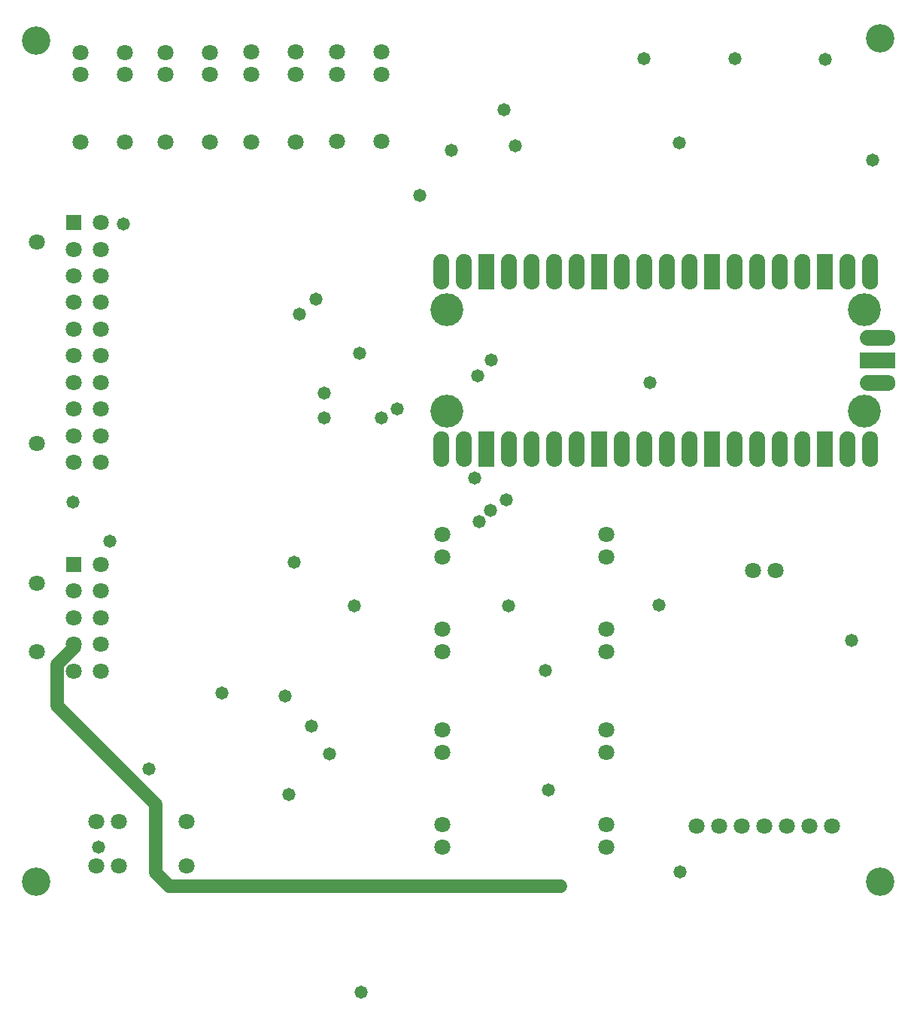
<source format=gbr>
%TF.GenerationSoftware,Altium Limited,Altium Designer,23.4.1 (23)*%
G04 Layer_Color=16711935*
%FSLAX45Y45*%
%MOMM*%
%TF.SameCoordinates,6CF259D0-23F4-4C04-AF4F-6D395A9B2DD4*%
%TF.FilePolarity,Negative*%
%TF.FileFunction,Soldermask,Bot*%
%TF.Part,Single*%
G01*
G75*
%TA.AperFunction,ComponentPad*%
%ADD62C,1.80320*%
%ADD63R,1.80320X1.80320*%
%TA.AperFunction,ViaPad*%
%ADD64C,1.47320*%
%ADD65C,3.70320*%
%ADD66C,3.20320*%
%TA.AperFunction,NonConductor*%
%ADD67C,1.50000*%
G36*
X9644572Y7324095D02*
X9654969Y7322726D01*
X9656275Y7322466D01*
X9666405Y7319752D01*
X9667666Y7319324D01*
X9677355Y7315311D01*
X9678549Y7314722D01*
X9678550Y7314721D01*
X9687632Y7309478D01*
X9688739Y7308738D01*
X9697059Y7302354D01*
X9698060Y7301476D01*
X9705475Y7294061D01*
X9706353Y7293060D01*
X9712737Y7284740D01*
X9713477Y7283632D01*
X9718721Y7274550D01*
X9719310Y7273356D01*
X9723323Y7263667D01*
X9723751Y7262406D01*
X9726465Y7252278D01*
X9726465Y7252277D01*
X9726725Y7250970D01*
X9728094Y7240573D01*
X9728181Y7239244D01*
Y7239244D01*
Y7239244D01*
Y7234001D01*
X9728181Y7014000D01*
Y7008757D01*
X9728094Y7007428D01*
X9726725Y6997031D01*
Y6997031D01*
X9726465Y6995725D01*
X9723751Y6985595D01*
X9723323Y6984334D01*
X9719310Y6974645D01*
X9718721Y6973451D01*
X9713478Y6964369D01*
X9712738Y6963262D01*
X9712737Y6963261D01*
X9706353Y6954941D01*
X9705475Y6953940D01*
X9698060Y6946525D01*
X9697059Y6945647D01*
X9688739Y6939263D01*
X9687631Y6938523D01*
X9678549Y6933279D01*
X9677355Y6932690D01*
X9667666Y6928677D01*
X9666405Y6928249D01*
X9666404Y6928249D01*
X9656276Y6925535D01*
X9656275Y6925535D01*
X9654969Y6925275D01*
X9644573Y6923906D01*
X9644572Y6923906D01*
X9643243Y6923819D01*
X9638000Y6923819D01*
X9632757Y6923819D01*
X9632756D01*
X9632756D01*
X9631427Y6923906D01*
X9621030Y6925275D01*
X9619724Y6925535D01*
X9609594Y6928249D01*
X9608333Y6928677D01*
X9598645Y6932690D01*
X9597450Y6933279D01*
X9597449Y6933280D01*
X9588367Y6938523D01*
X9587260Y6939262D01*
X9578940Y6945647D01*
X9577939Y6946525D01*
X9570524Y6953940D01*
X9569646Y6954941D01*
X9563262Y6963261D01*
X9562522Y6964369D01*
X9557278Y6973451D01*
X9556689Y6974645D01*
X9552676Y6984334D01*
X9552248Y6985595D01*
X9549534Y6995723D01*
X9549534Y6995724D01*
X9549274Y6997031D01*
X9547905Y7007428D01*
X9547818Y7008757D01*
Y7008757D01*
Y7008757D01*
Y7014000D01*
Y7234001D01*
Y7239244D01*
D01*
Y7239244D01*
X9547905Y7240573D01*
X9549274Y7250970D01*
X9549534Y7252276D01*
X9552248Y7262406D01*
X9552676Y7263667D01*
X9556689Y7273356D01*
X9557278Y7274550D01*
X9557279Y7274551D01*
X9562522Y7283633D01*
X9563262Y7284740D01*
X9569646Y7293060D01*
X9570524Y7294061D01*
X9577939Y7301476D01*
X9578940Y7302354D01*
X9587260Y7308738D01*
X9588368Y7309478D01*
X9597450Y7314722D01*
X9598644Y7315311D01*
X9608333Y7319324D01*
X9609594Y7319752D01*
X9619722Y7322466D01*
X9619723Y7322466D01*
X9621030Y7322726D01*
X9631427Y7324095D01*
X9632756Y7324182D01*
X9632756D01*
X9632756D01*
X9643243D01*
X9643243D01*
D01*
X9644572Y7324095D01*
D02*
G37*
G36*
X9390572D02*
X9400969Y7322726D01*
X9402275Y7322466D01*
X9412405Y7319752D01*
X9413666Y7319324D01*
X9423355Y7315311D01*
X9424549Y7314722D01*
X9424550Y7314721D01*
X9433632Y7309478D01*
X9434739Y7308738D01*
X9443059Y7302354D01*
X9444060Y7301476D01*
X9451475Y7294061D01*
X9452353Y7293060D01*
X9458737Y7284740D01*
X9459477Y7283632D01*
X9464721Y7274550D01*
X9465310Y7273356D01*
X9469323Y7263667D01*
X9469751Y7262406D01*
X9472465Y7252278D01*
X9472465Y7252277D01*
X9472725Y7250970D01*
X9474094Y7240573D01*
X9474181Y7239244D01*
Y7239244D01*
Y7239244D01*
Y7234001D01*
X9474181Y7014000D01*
Y7008757D01*
X9474094Y7007428D01*
X9472725Y6997031D01*
Y6997031D01*
X9472465Y6995725D01*
X9469751Y6985595D01*
X9469323Y6984334D01*
X9465310Y6974645D01*
X9464721Y6973451D01*
X9459478Y6964369D01*
X9458738Y6963262D01*
X9458737Y6963261D01*
X9452353Y6954941D01*
X9451475Y6953940D01*
X9444060Y6946525D01*
X9443059Y6945647D01*
X9434739Y6939263D01*
X9433631Y6938523D01*
X9424549Y6933279D01*
X9423355Y6932690D01*
X9413666Y6928677D01*
X9412405Y6928249D01*
X9412404Y6928249D01*
X9402276Y6925535D01*
X9402275Y6925535D01*
X9400969Y6925275D01*
X9390573Y6923906D01*
X9390572Y6923906D01*
X9389243Y6923819D01*
X9384000Y6923819D01*
X9378757Y6923819D01*
X9378756D01*
X9378756D01*
X9377427Y6923906D01*
X9367030Y6925275D01*
X9365724Y6925535D01*
X9355594Y6928249D01*
X9354333Y6928677D01*
X9344645Y6932690D01*
X9343450Y6933279D01*
X9343449Y6933280D01*
X9334367Y6938523D01*
X9333260Y6939262D01*
X9324940Y6945647D01*
X9323939Y6946525D01*
X9316524Y6953940D01*
X9315646Y6954941D01*
X9309262Y6963261D01*
X9308522Y6964369D01*
X9303278Y6973451D01*
X9302689Y6974645D01*
X9298676Y6984334D01*
X9298248Y6985595D01*
X9295534Y6995723D01*
X9295534Y6995724D01*
X9295274Y6997031D01*
X9293905Y7007428D01*
X9293818Y7008757D01*
Y7008757D01*
Y7008757D01*
Y7014000D01*
Y7234001D01*
Y7239244D01*
D01*
Y7239244D01*
X9293905Y7240573D01*
X9295274Y7250970D01*
X9295534Y7252276D01*
X9298248Y7262406D01*
X9298676Y7263667D01*
X9302689Y7273356D01*
X9303278Y7274550D01*
X9303279Y7274551D01*
X9308522Y7283633D01*
X9309262Y7284740D01*
X9315646Y7293060D01*
X9316524Y7294061D01*
X9323939Y7301476D01*
X9324940Y7302354D01*
X9333260Y7308738D01*
X9334368Y7309478D01*
X9343450Y7314722D01*
X9344644Y7315311D01*
X9354333Y7319324D01*
X9355594Y7319752D01*
X9365722Y7322466D01*
X9365723Y7322466D01*
X9367030Y7322726D01*
X9377427Y7324095D01*
X9378756Y7324182D01*
X9378756D01*
X9378756D01*
X9389243D01*
X9389243D01*
D01*
X9390572Y7324095D01*
D02*
G37*
G36*
X8882572D02*
X8892969Y7322726D01*
X8894275Y7322466D01*
X8904405Y7319752D01*
X8905666Y7319324D01*
X8915355Y7315311D01*
X8916549Y7314722D01*
X8916550Y7314721D01*
X8925632Y7309478D01*
X8926739Y7308738D01*
X8935059Y7302354D01*
X8936060Y7301476D01*
X8943475Y7294061D01*
X8944353Y7293060D01*
X8950737Y7284740D01*
X8951477Y7283632D01*
X8956721Y7274550D01*
X8957310Y7273356D01*
X8961323Y7263667D01*
X8961751Y7262406D01*
X8964465Y7252278D01*
X8964465Y7252277D01*
X8964725Y7250970D01*
X8966094Y7240573D01*
X8966181Y7239244D01*
Y7239244D01*
Y7239244D01*
Y7234001D01*
X8966181Y7014000D01*
Y7008757D01*
X8966094Y7007428D01*
X8964725Y6997031D01*
Y6997031D01*
X8964465Y6995725D01*
X8961751Y6985595D01*
X8961323Y6984334D01*
X8957310Y6974645D01*
X8956721Y6973451D01*
X8951478Y6964369D01*
X8950738Y6963262D01*
X8950737Y6963261D01*
X8944353Y6954941D01*
X8943475Y6953940D01*
X8936060Y6946525D01*
X8935059Y6945647D01*
X8926739Y6939263D01*
X8925631Y6938523D01*
X8916549Y6933279D01*
X8915355Y6932690D01*
X8905666Y6928677D01*
X8904405Y6928249D01*
X8904404Y6928249D01*
X8894276Y6925535D01*
X8894275Y6925535D01*
X8892969Y6925275D01*
X8882573Y6923906D01*
X8882572Y6923906D01*
X8881243Y6923819D01*
X8876000Y6923819D01*
X8870757Y6923819D01*
X8870756D01*
X8870756D01*
X8869427Y6923906D01*
X8859030Y6925275D01*
X8857724Y6925535D01*
X8847594Y6928249D01*
X8846333Y6928677D01*
X8836645Y6932690D01*
X8835450Y6933279D01*
X8835449Y6933280D01*
X8826367Y6938523D01*
X8825260Y6939262D01*
X8816940Y6945647D01*
X8815939Y6946525D01*
X8808524Y6953940D01*
X8807646Y6954941D01*
X8801262Y6963261D01*
X8800522Y6964369D01*
X8795278Y6973451D01*
X8794689Y6974645D01*
X8790676Y6984334D01*
X8790248Y6985595D01*
X8787534Y6995723D01*
X8787534Y6995724D01*
X8787274Y6997031D01*
X8785905Y7007428D01*
X8785818Y7008757D01*
Y7008757D01*
Y7008757D01*
Y7014000D01*
Y7234001D01*
Y7239244D01*
D01*
Y7239244D01*
X8785905Y7240573D01*
X8787274Y7250970D01*
X8787534Y7252276D01*
X8790248Y7262406D01*
X8790676Y7263667D01*
X8794689Y7273356D01*
X8795278Y7274550D01*
X8795279Y7274551D01*
X8800522Y7283633D01*
X8801262Y7284740D01*
X8807646Y7293060D01*
X8808524Y7294061D01*
X8815939Y7301476D01*
X8816940Y7302354D01*
X8825260Y7308738D01*
X8826368Y7309478D01*
X8835450Y7314722D01*
X8836644Y7315311D01*
X8846333Y7319324D01*
X8847594Y7319752D01*
X8857722Y7322466D01*
X8857723Y7322466D01*
X8859030Y7322726D01*
X8869427Y7324095D01*
X8870756Y7324182D01*
X8870756D01*
X8870756D01*
X8881243D01*
X8881243D01*
D01*
X8882572Y7324095D01*
D02*
G37*
G36*
X8628572D02*
X8638969Y7322726D01*
X8640275Y7322466D01*
X8650405Y7319752D01*
X8651666Y7319324D01*
X8661355Y7315311D01*
X8662549Y7314722D01*
X8662550Y7314721D01*
X8671632Y7309478D01*
X8672739Y7308738D01*
X8681059Y7302354D01*
X8682060Y7301476D01*
X8689475Y7294061D01*
X8690353Y7293060D01*
X8696737Y7284740D01*
X8697477Y7283632D01*
X8702721Y7274550D01*
X8703310Y7273356D01*
X8707323Y7263667D01*
X8707751Y7262406D01*
X8710465Y7252278D01*
X8710465Y7252277D01*
X8710725Y7250970D01*
X8712094Y7240573D01*
X8712181Y7239244D01*
Y7239244D01*
Y7239244D01*
Y7234001D01*
X8712181Y7014000D01*
Y7008757D01*
X8712094Y7007428D01*
X8710725Y6997031D01*
Y6997031D01*
X8710465Y6995725D01*
X8707751Y6985595D01*
X8707323Y6984334D01*
X8703310Y6974645D01*
X8702721Y6973451D01*
X8697478Y6964369D01*
X8696738Y6963262D01*
X8696737Y6963261D01*
X8690353Y6954941D01*
X8689475Y6953940D01*
X8682060Y6946525D01*
X8681059Y6945647D01*
X8672739Y6939263D01*
X8671631Y6938523D01*
X8662549Y6933279D01*
X8661355Y6932690D01*
X8651666Y6928677D01*
X8650405Y6928249D01*
X8650404Y6928249D01*
X8640276Y6925535D01*
X8640275Y6925535D01*
X8638969Y6925275D01*
X8628573Y6923906D01*
X8628572Y6923906D01*
X8627243Y6923819D01*
X8622000Y6923819D01*
X8616757Y6923819D01*
X8616756D01*
X8616756D01*
X8615427Y6923906D01*
X8605030Y6925275D01*
X8603724Y6925535D01*
X8593594Y6928249D01*
X8592333Y6928677D01*
X8582645Y6932690D01*
X8581450Y6933279D01*
X8581449Y6933280D01*
X8572367Y6938523D01*
X8571260Y6939262D01*
X8562940Y6945647D01*
X8561939Y6946525D01*
X8554524Y6953940D01*
X8553646Y6954941D01*
X8547262Y6963261D01*
X8546522Y6964369D01*
X8541278Y6973451D01*
X8540689Y6974645D01*
X8536676Y6984334D01*
X8536248Y6985595D01*
X8533534Y6995723D01*
X8533534Y6995724D01*
X8533274Y6997031D01*
X8531905Y7007428D01*
X8531818Y7008757D01*
Y7008757D01*
Y7008757D01*
Y7014000D01*
Y7234001D01*
Y7239244D01*
D01*
Y7239244D01*
X8531905Y7240573D01*
X8533274Y7250970D01*
X8533534Y7252276D01*
X8536248Y7262406D01*
X8536676Y7263667D01*
X8540689Y7273356D01*
X8541278Y7274550D01*
X8541279Y7274551D01*
X8546522Y7283633D01*
X8547262Y7284740D01*
X8553646Y7293060D01*
X8554524Y7294061D01*
X8561939Y7301476D01*
X8562940Y7302354D01*
X8571260Y7308738D01*
X8572368Y7309478D01*
X8581450Y7314722D01*
X8582644Y7315311D01*
X8592333Y7319324D01*
X8593594Y7319752D01*
X8603722Y7322466D01*
X8603723Y7322466D01*
X8605030Y7322726D01*
X8615427Y7324095D01*
X8616756Y7324182D01*
X8616756D01*
X8616756D01*
X8627243D01*
X8627243D01*
D01*
X8628572Y7324095D01*
D02*
G37*
G36*
X8374572D02*
X8384969Y7322726D01*
X8386275Y7322466D01*
X8396405Y7319752D01*
X8397666Y7319324D01*
X8407355Y7315311D01*
X8408549Y7314722D01*
X8408550Y7314721D01*
X8417632Y7309478D01*
X8418739Y7308738D01*
X8427059Y7302354D01*
X8428060Y7301476D01*
X8435475Y7294061D01*
X8436353Y7293060D01*
X8442737Y7284740D01*
X8443477Y7283632D01*
X8448721Y7274550D01*
X8449310Y7273356D01*
X8453323Y7263667D01*
X8453751Y7262406D01*
X8456465Y7252278D01*
X8456465Y7252277D01*
X8456725Y7250970D01*
X8458094Y7240573D01*
X8458181Y7239244D01*
Y7239244D01*
Y7239244D01*
Y7234001D01*
X8458181Y7014000D01*
Y7008757D01*
X8458094Y7007428D01*
X8456725Y6997031D01*
Y6997031D01*
X8456465Y6995725D01*
X8453751Y6985595D01*
X8453323Y6984334D01*
X8449310Y6974645D01*
X8448721Y6973451D01*
X8443478Y6964369D01*
X8442738Y6963262D01*
X8442737Y6963261D01*
X8436353Y6954941D01*
X8435475Y6953940D01*
X8428060Y6946525D01*
X8427059Y6945647D01*
X8418739Y6939263D01*
X8417631Y6938523D01*
X8408549Y6933279D01*
X8407355Y6932690D01*
X8397666Y6928677D01*
X8396405Y6928249D01*
X8396404Y6928249D01*
X8386276Y6925535D01*
X8386275Y6925535D01*
X8384969Y6925275D01*
X8374573Y6923906D01*
X8374572Y6923906D01*
X8373243Y6923819D01*
X8368000Y6923819D01*
X8362757Y6923819D01*
X8362756D01*
X8362756D01*
X8361427Y6923906D01*
X8351030Y6925275D01*
X8349724Y6925535D01*
X8339594Y6928249D01*
X8338333Y6928677D01*
X8328645Y6932690D01*
X8327450Y6933279D01*
X8327449Y6933280D01*
X8318367Y6938523D01*
X8317260Y6939262D01*
X8308940Y6945647D01*
X8307939Y6946525D01*
X8300524Y6953940D01*
X8299646Y6954941D01*
X8293262Y6963261D01*
X8292522Y6964369D01*
X8287278Y6973451D01*
X8286689Y6974645D01*
X8282676Y6984334D01*
X8282248Y6985595D01*
X8279534Y6995723D01*
X8279534Y6995724D01*
X8279274Y6997031D01*
X8277905Y7007428D01*
X8277818Y7008757D01*
Y7008757D01*
Y7008757D01*
Y7014000D01*
Y7234001D01*
Y7239244D01*
D01*
Y7239244D01*
X8277905Y7240573D01*
X8279274Y7250970D01*
X8279534Y7252276D01*
X8282248Y7262406D01*
X8282676Y7263667D01*
X8286689Y7273356D01*
X8287278Y7274550D01*
X8287279Y7274551D01*
X8292522Y7283633D01*
X8293262Y7284740D01*
X8299646Y7293060D01*
X8300524Y7294061D01*
X8307939Y7301476D01*
X8308940Y7302354D01*
X8317260Y7308738D01*
X8318368Y7309478D01*
X8327450Y7314722D01*
X8328644Y7315311D01*
X8338333Y7319324D01*
X8339594Y7319752D01*
X8349722Y7322466D01*
X8349723Y7322466D01*
X8351030Y7322726D01*
X8361427Y7324095D01*
X8362756Y7324182D01*
X8362756D01*
X8362756D01*
X8373243D01*
X8373243D01*
D01*
X8374572Y7324095D01*
D02*
G37*
G36*
X8120572D02*
X8130969Y7322726D01*
X8132275Y7322466D01*
X8142405Y7319752D01*
X8143666Y7319324D01*
X8153355Y7315311D01*
X8154549Y7314722D01*
X8154550Y7314721D01*
X8163632Y7309478D01*
X8164739Y7308738D01*
X8173059Y7302354D01*
X8174060Y7301476D01*
X8181475Y7294061D01*
X8182353Y7293060D01*
X8188737Y7284740D01*
X8189477Y7283632D01*
X8194721Y7274550D01*
X8195310Y7273356D01*
X8199323Y7263667D01*
X8199751Y7262406D01*
X8202465Y7252278D01*
X8202465Y7252277D01*
X8202725Y7250970D01*
X8204094Y7240573D01*
X8204181Y7239244D01*
Y7239244D01*
Y7239244D01*
Y7234001D01*
X8204181Y7014000D01*
Y7008757D01*
X8204094Y7007428D01*
X8202725Y6997031D01*
Y6997031D01*
X8202465Y6995725D01*
X8199751Y6985595D01*
X8199323Y6984334D01*
X8195310Y6974645D01*
X8194721Y6973451D01*
X8189478Y6964369D01*
X8188738Y6963262D01*
X8188737Y6963261D01*
X8182353Y6954941D01*
X8181475Y6953940D01*
X8174060Y6946525D01*
X8173059Y6945647D01*
X8164739Y6939263D01*
X8163631Y6938523D01*
X8154549Y6933279D01*
X8153355Y6932690D01*
X8143666Y6928677D01*
X8142405Y6928249D01*
X8142404Y6928249D01*
X8132276Y6925535D01*
X8132275Y6925535D01*
X8130969Y6925275D01*
X8120573Y6923906D01*
X8120572Y6923906D01*
X8119243Y6923819D01*
X8114000Y6923819D01*
X8108757Y6923819D01*
X8108756D01*
X8108756D01*
X8107427Y6923906D01*
X8097030Y6925275D01*
X8095724Y6925535D01*
X8085594Y6928249D01*
X8084333Y6928677D01*
X8074645Y6932690D01*
X8073450Y6933279D01*
X8073449Y6933280D01*
X8064367Y6938523D01*
X8063260Y6939262D01*
X8054940Y6945647D01*
X8053939Y6946525D01*
X8046524Y6953940D01*
X8045646Y6954941D01*
X8039262Y6963261D01*
X8038522Y6964369D01*
X8033278Y6973451D01*
X8032689Y6974645D01*
X8028676Y6984334D01*
X8028248Y6985595D01*
X8025534Y6995723D01*
X8025534Y6995724D01*
X8025274Y6997031D01*
X8023905Y7007428D01*
X8023818Y7008757D01*
Y7008757D01*
Y7008757D01*
Y7014000D01*
Y7234001D01*
Y7239244D01*
D01*
Y7239244D01*
X8023905Y7240573D01*
X8025274Y7250970D01*
X8025534Y7252276D01*
X8028248Y7262406D01*
X8028676Y7263667D01*
X8032689Y7273356D01*
X8033278Y7274550D01*
X8033279Y7274551D01*
X8038522Y7283633D01*
X8039262Y7284740D01*
X8045646Y7293060D01*
X8046524Y7294061D01*
X8053939Y7301476D01*
X8054940Y7302354D01*
X8063260Y7308738D01*
X8064368Y7309478D01*
X8073450Y7314722D01*
X8074644Y7315311D01*
X8084333Y7319324D01*
X8085594Y7319752D01*
X8095722Y7322466D01*
X8095723Y7322466D01*
X8097030Y7322726D01*
X8107427Y7324095D01*
X8108756Y7324182D01*
X8108756D01*
X8108756D01*
X8119243D01*
X8119243D01*
D01*
X8120572Y7324095D01*
D02*
G37*
G36*
X7612572D02*
X7622969Y7322726D01*
X7624275Y7322466D01*
X7634405Y7319752D01*
X7635666Y7319324D01*
X7645355Y7315311D01*
X7646549Y7314722D01*
X7646550Y7314721D01*
X7655632Y7309478D01*
X7656739Y7308738D01*
X7665059Y7302354D01*
X7666060Y7301476D01*
X7673475Y7294061D01*
X7674353Y7293060D01*
X7680737Y7284740D01*
X7681477Y7283632D01*
X7686721Y7274550D01*
X7687310Y7273356D01*
X7691323Y7263667D01*
X7691751Y7262406D01*
X7694465Y7252278D01*
X7694465Y7252277D01*
X7694725Y7250970D01*
X7696094Y7240573D01*
X7696181Y7239244D01*
Y7239244D01*
Y7239244D01*
Y7234001D01*
X7696181Y7014000D01*
Y7008757D01*
X7696094Y7007428D01*
X7694725Y6997031D01*
Y6997031D01*
X7694465Y6995725D01*
X7691751Y6985595D01*
X7691323Y6984334D01*
X7687310Y6974645D01*
X7686721Y6973451D01*
X7681478Y6964369D01*
X7680738Y6963262D01*
X7680737Y6963261D01*
X7674353Y6954941D01*
X7673475Y6953940D01*
X7666060Y6946525D01*
X7665059Y6945647D01*
X7656739Y6939263D01*
X7655631Y6938523D01*
X7646549Y6933279D01*
X7645355Y6932690D01*
X7635666Y6928677D01*
X7634405Y6928249D01*
X7634404Y6928249D01*
X7624276Y6925535D01*
X7624275Y6925535D01*
X7622969Y6925275D01*
X7612573Y6923906D01*
X7612572Y6923906D01*
X7611243Y6923819D01*
X7606000Y6923819D01*
X7600757Y6923819D01*
X7600756D01*
X7600756D01*
X7599427Y6923906D01*
X7589030Y6925275D01*
X7587724Y6925535D01*
X7577594Y6928249D01*
X7576333Y6928677D01*
X7566645Y6932690D01*
X7565450Y6933279D01*
X7565449Y6933280D01*
X7556367Y6938523D01*
X7555260Y6939262D01*
X7546940Y6945647D01*
X7545939Y6946525D01*
X7538524Y6953940D01*
X7537646Y6954941D01*
X7531262Y6963261D01*
X7530522Y6964369D01*
X7525278Y6973451D01*
X7524689Y6974645D01*
X7520676Y6984334D01*
X7520248Y6985595D01*
X7517534Y6995723D01*
X7517534Y6995724D01*
X7517274Y6997031D01*
X7515905Y7007428D01*
X7515818Y7008757D01*
Y7008757D01*
Y7008757D01*
Y7014000D01*
Y7234001D01*
Y7239244D01*
D01*
Y7239244D01*
X7515905Y7240573D01*
X7517274Y7250970D01*
X7517534Y7252276D01*
X7520248Y7262406D01*
X7520676Y7263667D01*
X7524689Y7273356D01*
X7525278Y7274550D01*
X7525279Y7274551D01*
X7530522Y7283633D01*
X7531262Y7284740D01*
X7537646Y7293060D01*
X7538524Y7294061D01*
X7545939Y7301476D01*
X7546940Y7302354D01*
X7555260Y7308738D01*
X7556368Y7309478D01*
X7565450Y7314722D01*
X7566644Y7315311D01*
X7576333Y7319324D01*
X7577594Y7319752D01*
X7587722Y7322466D01*
X7587723Y7322466D01*
X7589030Y7322726D01*
X7599427Y7324095D01*
X7600756Y7324182D01*
X7600756D01*
X7600756D01*
X7611243D01*
X7611243D01*
D01*
X7612572Y7324095D01*
D02*
G37*
G36*
X7358572D02*
X7368969Y7322726D01*
X7370275Y7322466D01*
X7380405Y7319752D01*
X7381666Y7319324D01*
X7391355Y7315311D01*
X7392549Y7314722D01*
X7392550Y7314721D01*
X7401632Y7309478D01*
X7402739Y7308738D01*
X7411059Y7302354D01*
X7412060Y7301476D01*
X7419475Y7294061D01*
X7420353Y7293060D01*
X7426737Y7284740D01*
X7427477Y7283632D01*
X7432721Y7274550D01*
X7433310Y7273356D01*
X7437323Y7263667D01*
X7437751Y7262406D01*
X7440465Y7252278D01*
X7440465Y7252277D01*
X7440725Y7250970D01*
X7442094Y7240573D01*
X7442181Y7239244D01*
Y7239244D01*
Y7239244D01*
Y7234001D01*
X7442181Y7014000D01*
Y7008757D01*
X7442094Y7007428D01*
X7440725Y6997031D01*
Y6997031D01*
X7440465Y6995725D01*
X7437751Y6985595D01*
X7437323Y6984334D01*
X7433310Y6974645D01*
X7432721Y6973451D01*
X7427478Y6964369D01*
X7426738Y6963262D01*
X7426737Y6963261D01*
X7420353Y6954941D01*
X7419475Y6953940D01*
X7412060Y6946525D01*
X7411059Y6945647D01*
X7402739Y6939263D01*
X7401631Y6938523D01*
X7392549Y6933279D01*
X7391355Y6932690D01*
X7381666Y6928677D01*
X7380405Y6928249D01*
X7380404Y6928249D01*
X7370276Y6925535D01*
X7370275Y6925535D01*
X7368969Y6925275D01*
X7358573Y6923906D01*
X7358572Y6923906D01*
X7357243Y6923819D01*
X7352000Y6923819D01*
X7346757Y6923819D01*
X7346756D01*
X7346756D01*
X7345427Y6923906D01*
X7335030Y6925275D01*
X7333724Y6925535D01*
X7323594Y6928249D01*
X7322333Y6928677D01*
X7312645Y6932690D01*
X7311450Y6933279D01*
X7311449Y6933280D01*
X7302367Y6938523D01*
X7301260Y6939262D01*
X7292940Y6945647D01*
X7291939Y6946525D01*
X7284524Y6953940D01*
X7283646Y6954941D01*
X7277262Y6963261D01*
X7276522Y6964369D01*
X7271278Y6973451D01*
X7270689Y6974645D01*
X7266676Y6984334D01*
X7266248Y6985595D01*
X7263534Y6995723D01*
X7263534Y6995724D01*
X7263274Y6997031D01*
X7261905Y7007428D01*
X7261818Y7008757D01*
Y7008757D01*
Y7008757D01*
Y7014000D01*
Y7234001D01*
Y7239244D01*
D01*
Y7239244D01*
X7261905Y7240573D01*
X7263274Y7250970D01*
X7263534Y7252276D01*
X7266248Y7262406D01*
X7266676Y7263667D01*
X7270689Y7273356D01*
X7271278Y7274550D01*
X7271279Y7274551D01*
X7276522Y7283633D01*
X7277262Y7284740D01*
X7283646Y7293060D01*
X7284524Y7294061D01*
X7291939Y7301476D01*
X7292940Y7302354D01*
X7301260Y7308738D01*
X7302368Y7309478D01*
X7311450Y7314722D01*
X7312644Y7315311D01*
X7322333Y7319324D01*
X7323594Y7319752D01*
X7333722Y7322466D01*
X7333723Y7322466D01*
X7335030Y7322726D01*
X7345427Y7324095D01*
X7346756Y7324182D01*
X7346756D01*
X7346756D01*
X7357243D01*
X7357243D01*
D01*
X7358572Y7324095D01*
D02*
G37*
G36*
X7104572D02*
X7114969Y7322726D01*
X7116275Y7322466D01*
X7126405Y7319752D01*
X7127666Y7319324D01*
X7137355Y7315311D01*
X7138549Y7314722D01*
X7138550Y7314721D01*
X7147632Y7309478D01*
X7148739Y7308738D01*
X7157059Y7302354D01*
X7158060Y7301476D01*
X7165475Y7294061D01*
X7166353Y7293060D01*
X7172737Y7284740D01*
X7173477Y7283632D01*
X7178721Y7274550D01*
X7179310Y7273356D01*
X7183323Y7263667D01*
X7183751Y7262406D01*
X7186465Y7252278D01*
X7186465Y7252277D01*
X7186725Y7250970D01*
X7188094Y7240573D01*
X7188181Y7239244D01*
Y7239244D01*
Y7239244D01*
Y7234001D01*
X7188181Y7014000D01*
Y7008757D01*
X7188094Y7007428D01*
X7186725Y6997031D01*
Y6997031D01*
X7186465Y6995725D01*
X7183751Y6985595D01*
X7183323Y6984334D01*
X7179310Y6974645D01*
X7178721Y6973451D01*
X7173478Y6964369D01*
X7172738Y6963262D01*
X7172737Y6963261D01*
X7166353Y6954941D01*
X7165475Y6953940D01*
X7158060Y6946525D01*
X7157059Y6945647D01*
X7148739Y6939263D01*
X7147631Y6938523D01*
X7138549Y6933279D01*
X7137355Y6932690D01*
X7127666Y6928677D01*
X7126405Y6928249D01*
X7126404Y6928249D01*
X7116276Y6925535D01*
X7116275Y6925535D01*
X7114969Y6925275D01*
X7104573Y6923906D01*
X7104572Y6923906D01*
X7103243Y6923819D01*
X7098000Y6923819D01*
X7092757Y6923819D01*
X7092756D01*
X7092756D01*
X7091427Y6923906D01*
X7081030Y6925275D01*
X7079724Y6925535D01*
X7069594Y6928249D01*
X7068333Y6928677D01*
X7058645Y6932690D01*
X7057450Y6933279D01*
X7057449Y6933280D01*
X7048367Y6938523D01*
X7047260Y6939262D01*
X7038940Y6945647D01*
X7037939Y6946525D01*
X7030524Y6953940D01*
X7029646Y6954941D01*
X7023262Y6963261D01*
X7022522Y6964369D01*
X7017278Y6973451D01*
X7016689Y6974645D01*
X7012676Y6984334D01*
X7012248Y6985595D01*
X7009534Y6995723D01*
X7009534Y6995724D01*
X7009274Y6997031D01*
X7007905Y7007428D01*
X7007818Y7008757D01*
Y7008757D01*
Y7008757D01*
Y7014000D01*
Y7234001D01*
Y7239244D01*
D01*
Y7239244D01*
X7007905Y7240573D01*
X7009274Y7250970D01*
X7009534Y7252276D01*
X7012248Y7262406D01*
X7012676Y7263667D01*
X7016689Y7273356D01*
X7017278Y7274550D01*
X7017279Y7274551D01*
X7022522Y7283633D01*
X7023262Y7284740D01*
X7029646Y7293060D01*
X7030524Y7294061D01*
X7037939Y7301476D01*
X7038940Y7302354D01*
X7047260Y7308738D01*
X7048368Y7309478D01*
X7057450Y7314722D01*
X7058644Y7315311D01*
X7068333Y7319324D01*
X7069594Y7319752D01*
X7079722Y7322466D01*
X7079723Y7322466D01*
X7081030Y7322726D01*
X7091427Y7324095D01*
X7092756Y7324182D01*
X7092756D01*
X7092756D01*
X7103243D01*
X7103243D01*
D01*
X7104572Y7324095D01*
D02*
G37*
G36*
X6850572D02*
X6860969Y7322726D01*
X6862275Y7322466D01*
X6872405Y7319752D01*
X6873666Y7319324D01*
X6883355Y7315311D01*
X6884549Y7314722D01*
X6884550Y7314721D01*
X6893632Y7309478D01*
X6894739Y7308738D01*
X6903059Y7302354D01*
X6904060Y7301476D01*
X6911475Y7294061D01*
X6912353Y7293060D01*
X6918737Y7284740D01*
X6919477Y7283632D01*
X6924721Y7274550D01*
X6925310Y7273356D01*
X6929323Y7263667D01*
X6929751Y7262406D01*
X6932465Y7252278D01*
X6932465Y7252277D01*
X6932725Y7250970D01*
X6934094Y7240573D01*
X6934181Y7239244D01*
Y7239244D01*
Y7239244D01*
Y7234001D01*
X6934181Y7014000D01*
Y7008757D01*
X6934094Y7007428D01*
X6932725Y6997031D01*
Y6997031D01*
X6932465Y6995725D01*
X6929751Y6985595D01*
X6929323Y6984334D01*
X6925310Y6974645D01*
X6924721Y6973451D01*
X6919478Y6964369D01*
X6918738Y6963262D01*
X6918737Y6963261D01*
X6912353Y6954941D01*
X6911475Y6953940D01*
X6904060Y6946525D01*
X6903059Y6945647D01*
X6894739Y6939263D01*
X6893631Y6938523D01*
X6884549Y6933279D01*
X6883355Y6932690D01*
X6873666Y6928677D01*
X6872405Y6928249D01*
X6872404Y6928249D01*
X6862276Y6925535D01*
X6862275Y6925535D01*
X6860969Y6925275D01*
X6850573Y6923906D01*
X6850572Y6923906D01*
X6849243Y6923819D01*
X6844000Y6923819D01*
X6838757Y6923819D01*
X6838756D01*
X6838756D01*
X6837427Y6923906D01*
X6827030Y6925275D01*
X6825724Y6925535D01*
X6815594Y6928249D01*
X6814333Y6928677D01*
X6804645Y6932690D01*
X6803450Y6933279D01*
X6803449Y6933280D01*
X6794367Y6938523D01*
X6793260Y6939262D01*
X6784940Y6945647D01*
X6783939Y6946525D01*
X6776524Y6953940D01*
X6775646Y6954941D01*
X6769262Y6963261D01*
X6768522Y6964369D01*
X6763278Y6973451D01*
X6762689Y6974645D01*
X6758676Y6984334D01*
X6758248Y6985595D01*
X6755534Y6995723D01*
X6755534Y6995724D01*
X6755274Y6997031D01*
X6753905Y7007428D01*
X6753818Y7008757D01*
Y7008757D01*
Y7008757D01*
Y7014000D01*
Y7234001D01*
Y7239244D01*
D01*
Y7239244D01*
X6753905Y7240573D01*
X6755274Y7250970D01*
X6755534Y7252276D01*
X6758248Y7262406D01*
X6758676Y7263667D01*
X6762689Y7273356D01*
X6763278Y7274550D01*
X6763279Y7274551D01*
X6768522Y7283633D01*
X6769262Y7284740D01*
X6775646Y7293060D01*
X6776524Y7294061D01*
X6783939Y7301476D01*
X6784940Y7302354D01*
X6793260Y7308738D01*
X6794368Y7309478D01*
X6803450Y7314722D01*
X6804644Y7315311D01*
X6814333Y7319324D01*
X6815594Y7319752D01*
X6825722Y7322466D01*
X6825723Y7322466D01*
X6827030Y7322726D01*
X6837427Y7324095D01*
X6838756Y7324182D01*
X6838756D01*
X6838756D01*
X6849243D01*
X6849243D01*
D01*
X6850572Y7324095D01*
D02*
G37*
G36*
X6342572D02*
X6352969Y7322726D01*
X6354275Y7322466D01*
X6364405Y7319752D01*
X6365666Y7319324D01*
X6375355Y7315311D01*
X6376549Y7314722D01*
X6376550Y7314721D01*
X6385632Y7309478D01*
X6386739Y7308738D01*
X6395059Y7302354D01*
X6396060Y7301476D01*
X6403475Y7294061D01*
X6404353Y7293060D01*
X6410737Y7284740D01*
X6411477Y7283632D01*
X6416721Y7274550D01*
X6417310Y7273356D01*
X6421323Y7263667D01*
X6421751Y7262406D01*
X6424465Y7252278D01*
X6424465Y7252277D01*
X6424725Y7250970D01*
X6426094Y7240573D01*
X6426181Y7239244D01*
Y7239244D01*
Y7239244D01*
Y7234001D01*
X6426181Y7014000D01*
Y7008757D01*
X6426094Y7007428D01*
X6424725Y6997031D01*
Y6997031D01*
X6424465Y6995725D01*
X6421751Y6985595D01*
X6421323Y6984334D01*
X6417310Y6974645D01*
X6416721Y6973451D01*
X6411478Y6964369D01*
X6410738Y6963262D01*
X6410737Y6963261D01*
X6404353Y6954941D01*
X6403475Y6953940D01*
X6396060Y6946525D01*
X6395059Y6945647D01*
X6386739Y6939263D01*
X6385631Y6938523D01*
X6376549Y6933279D01*
X6375355Y6932690D01*
X6365666Y6928677D01*
X6364405Y6928249D01*
X6364404Y6928249D01*
X6354276Y6925535D01*
X6354275Y6925535D01*
X6352969Y6925275D01*
X6342573Y6923906D01*
X6342572Y6923906D01*
X6341243Y6923819D01*
X6336000Y6923819D01*
X6330757Y6923819D01*
X6330756D01*
X6330756D01*
X6329427Y6923906D01*
X6319030Y6925275D01*
X6317724Y6925535D01*
X6307594Y6928249D01*
X6306333Y6928677D01*
X6296645Y6932690D01*
X6295450Y6933279D01*
X6295449Y6933280D01*
X6286367Y6938523D01*
X6285260Y6939262D01*
X6276940Y6945647D01*
X6275939Y6946525D01*
X6268524Y6953940D01*
X6267646Y6954941D01*
X6261262Y6963261D01*
X6260522Y6964369D01*
X6255278Y6973451D01*
X6254689Y6974645D01*
X6250676Y6984334D01*
X6250248Y6985595D01*
X6247534Y6995723D01*
X6247534Y6995724D01*
X6247274Y6997031D01*
X6245905Y7007428D01*
X6245818Y7008757D01*
Y7008757D01*
Y7008757D01*
Y7014000D01*
Y7234001D01*
Y7239244D01*
D01*
Y7239244D01*
X6245905Y7240573D01*
X6247274Y7250970D01*
X6247534Y7252276D01*
X6250248Y7262406D01*
X6250676Y7263667D01*
X6254689Y7273356D01*
X6255278Y7274550D01*
X6255279Y7274551D01*
X6260522Y7283633D01*
X6261262Y7284740D01*
X6267646Y7293060D01*
X6268524Y7294061D01*
X6275939Y7301476D01*
X6276940Y7302354D01*
X6285260Y7308738D01*
X6286368Y7309478D01*
X6295450Y7314722D01*
X6296644Y7315311D01*
X6306333Y7319324D01*
X6307594Y7319752D01*
X6317722Y7322466D01*
X6317723Y7322466D01*
X6319030Y7322726D01*
X6329427Y7324095D01*
X6330756Y7324182D01*
X6330756D01*
X6330756D01*
X6341243D01*
X6341243D01*
D01*
X6342572Y7324095D01*
D02*
G37*
G36*
X6088572D02*
X6098969Y7322726D01*
X6100275Y7322466D01*
X6110405Y7319752D01*
X6111666Y7319324D01*
X6121355Y7315311D01*
X6122549Y7314722D01*
X6122550Y7314721D01*
X6131632Y7309478D01*
X6132739Y7308738D01*
X6141059Y7302354D01*
X6142060Y7301476D01*
X6149475Y7294061D01*
X6150353Y7293060D01*
X6156737Y7284740D01*
X6157477Y7283632D01*
X6162721Y7274550D01*
X6163310Y7273356D01*
X6167323Y7263667D01*
X6167751Y7262406D01*
X6170465Y7252278D01*
X6170465Y7252277D01*
X6170725Y7250970D01*
X6172094Y7240573D01*
X6172181Y7239244D01*
Y7239244D01*
Y7239244D01*
Y7234001D01*
X6172181Y7014000D01*
Y7008757D01*
X6172094Y7007428D01*
X6170725Y6997031D01*
Y6997031D01*
X6170465Y6995725D01*
X6167751Y6985595D01*
X6167323Y6984334D01*
X6163310Y6974645D01*
X6162721Y6973451D01*
X6157478Y6964369D01*
X6156738Y6963262D01*
X6156737Y6963261D01*
X6150353Y6954941D01*
X6149475Y6953940D01*
X6142060Y6946525D01*
X6141059Y6945647D01*
X6132739Y6939263D01*
X6131631Y6938523D01*
X6122549Y6933279D01*
X6121355Y6932690D01*
X6111666Y6928677D01*
X6110405Y6928249D01*
X6110404Y6928249D01*
X6100276Y6925535D01*
X6100275Y6925535D01*
X6098969Y6925275D01*
X6088573Y6923906D01*
X6088572Y6923906D01*
X6087243Y6923819D01*
X6082000Y6923819D01*
X6076757Y6923819D01*
X6076756D01*
X6076756D01*
X6075427Y6923906D01*
X6065030Y6925275D01*
X6063724Y6925535D01*
X6053594Y6928249D01*
X6052333Y6928677D01*
X6042645Y6932690D01*
X6041450Y6933279D01*
X6041449Y6933280D01*
X6032367Y6938523D01*
X6031260Y6939262D01*
X6022940Y6945647D01*
X6021939Y6946525D01*
X6014524Y6953940D01*
X6013646Y6954941D01*
X6007262Y6963261D01*
X6006522Y6964369D01*
X6001278Y6973451D01*
X6000689Y6974645D01*
X5996676Y6984334D01*
X5996248Y6985595D01*
X5993534Y6995723D01*
X5993534Y6995724D01*
X5993274Y6997031D01*
X5991905Y7007428D01*
X5991818Y7008757D01*
Y7008757D01*
Y7008757D01*
Y7014000D01*
Y7234001D01*
Y7239244D01*
D01*
Y7239244D01*
X5991905Y7240573D01*
X5993274Y7250970D01*
X5993534Y7252276D01*
X5996248Y7262406D01*
X5996676Y7263667D01*
X6000689Y7273356D01*
X6001278Y7274550D01*
X6001279Y7274551D01*
X6006522Y7283633D01*
X6007262Y7284740D01*
X6013646Y7293060D01*
X6014524Y7294061D01*
X6021939Y7301476D01*
X6022940Y7302354D01*
X6031260Y7308738D01*
X6032368Y7309478D01*
X6041450Y7314722D01*
X6042644Y7315311D01*
X6052333Y7319324D01*
X6053594Y7319752D01*
X6063722Y7322466D01*
X6063723Y7322466D01*
X6065030Y7322726D01*
X6075427Y7324095D01*
X6076756Y7324182D01*
X6076756D01*
X6076756D01*
X6087243D01*
X6087243D01*
D01*
X6088572Y7324095D01*
D02*
G37*
G36*
X5834572D02*
X5844969Y7322726D01*
X5846275Y7322466D01*
X5856405Y7319752D01*
X5857666Y7319324D01*
X5867355Y7315311D01*
X5868549Y7314722D01*
X5868550Y7314721D01*
X5877632Y7309478D01*
X5878739Y7308738D01*
X5887059Y7302354D01*
X5888060Y7301476D01*
X5895475Y7294061D01*
X5896353Y7293060D01*
X5902737Y7284740D01*
X5903477Y7283632D01*
X5908721Y7274550D01*
X5909310Y7273356D01*
X5913323Y7263667D01*
X5913751Y7262406D01*
X5916465Y7252278D01*
X5916465Y7252277D01*
X5916725Y7250970D01*
X5918094Y7240573D01*
X5918181Y7239244D01*
Y7239244D01*
Y7239244D01*
Y7234001D01*
X5918181Y7014000D01*
Y7008757D01*
X5918094Y7007428D01*
X5916725Y6997031D01*
Y6997031D01*
X5916465Y6995725D01*
X5913751Y6985595D01*
X5913323Y6984334D01*
X5909310Y6974645D01*
X5908721Y6973451D01*
X5903478Y6964369D01*
X5902738Y6963262D01*
X5902737Y6963261D01*
X5896353Y6954941D01*
X5895475Y6953940D01*
X5888060Y6946525D01*
X5887059Y6945647D01*
X5878739Y6939263D01*
X5877631Y6938523D01*
X5868549Y6933279D01*
X5867355Y6932690D01*
X5857666Y6928677D01*
X5856405Y6928249D01*
X5856404Y6928249D01*
X5846276Y6925535D01*
X5846275Y6925535D01*
X5844969Y6925275D01*
X5834573Y6923906D01*
X5834572Y6923906D01*
X5833243Y6923819D01*
X5828000Y6923819D01*
X5822757Y6923819D01*
X5822756D01*
X5822756D01*
X5821427Y6923906D01*
X5811030Y6925275D01*
X5809724Y6925535D01*
X5799594Y6928249D01*
X5798333Y6928677D01*
X5788645Y6932690D01*
X5787450Y6933279D01*
X5787449Y6933280D01*
X5778367Y6938523D01*
X5777260Y6939262D01*
X5768940Y6945647D01*
X5767939Y6946525D01*
X5760524Y6953940D01*
X5759646Y6954941D01*
X5753262Y6963261D01*
X5752522Y6964369D01*
X5747278Y6973451D01*
X5746689Y6974645D01*
X5742676Y6984334D01*
X5742248Y6985595D01*
X5739534Y6995723D01*
X5739534Y6995724D01*
X5739274Y6997031D01*
X5737905Y7007428D01*
X5737818Y7008757D01*
Y7008757D01*
Y7008757D01*
Y7014000D01*
Y7234001D01*
Y7239244D01*
D01*
Y7239244D01*
X5737905Y7240573D01*
X5739274Y7250970D01*
X5739534Y7252276D01*
X5742248Y7262406D01*
X5742676Y7263667D01*
X5746689Y7273356D01*
X5747278Y7274550D01*
X5747279Y7274551D01*
X5752522Y7283633D01*
X5753262Y7284740D01*
X5759646Y7293060D01*
X5760524Y7294061D01*
X5767939Y7301476D01*
X5768940Y7302354D01*
X5777260Y7308738D01*
X5778368Y7309478D01*
X5787450Y7314722D01*
X5788644Y7315311D01*
X5798333Y7319324D01*
X5799594Y7319752D01*
X5809722Y7322466D01*
X5809723Y7322466D01*
X5811030Y7322726D01*
X5821427Y7324095D01*
X5822756Y7324182D01*
X5822756D01*
X5822756D01*
X5833243D01*
X5833243D01*
D01*
X5834572Y7324095D01*
D02*
G37*
G36*
X5580572D02*
X5590969Y7322726D01*
X5592275Y7322466D01*
X5602405Y7319752D01*
X5603666Y7319324D01*
X5613355Y7315311D01*
X5614549Y7314722D01*
X5614550Y7314721D01*
X5623632Y7309478D01*
X5624739Y7308738D01*
X5633059Y7302354D01*
X5634060Y7301476D01*
X5641475Y7294061D01*
X5642353Y7293060D01*
X5648737Y7284740D01*
X5649477Y7283632D01*
X5654721Y7274550D01*
X5655310Y7273356D01*
X5659323Y7263667D01*
X5659751Y7262406D01*
X5662465Y7252278D01*
X5662465Y7252277D01*
X5662725Y7250970D01*
X5664094Y7240573D01*
X5664181Y7239244D01*
Y7239244D01*
Y7239244D01*
Y7234001D01*
X5664181Y7014000D01*
Y7008757D01*
X5664094Y7007428D01*
X5662725Y6997031D01*
Y6997031D01*
X5662465Y6995725D01*
X5659751Y6985595D01*
X5659323Y6984334D01*
X5655310Y6974645D01*
X5654721Y6973451D01*
X5649478Y6964369D01*
X5648738Y6963262D01*
X5648737Y6963261D01*
X5642353Y6954941D01*
X5641475Y6953940D01*
X5634060Y6946525D01*
X5633059Y6945647D01*
X5624739Y6939263D01*
X5623631Y6938523D01*
X5614549Y6933279D01*
X5613355Y6932690D01*
X5603666Y6928677D01*
X5602405Y6928249D01*
X5602404Y6928249D01*
X5592276Y6925535D01*
X5592275Y6925535D01*
X5590969Y6925275D01*
X5580573Y6923906D01*
X5580572Y6923906D01*
X5579243Y6923819D01*
X5574000Y6923819D01*
X5568757Y6923819D01*
X5568756D01*
X5568756D01*
X5567427Y6923906D01*
X5557030Y6925275D01*
X5555724Y6925535D01*
X5545594Y6928249D01*
X5544333Y6928677D01*
X5534645Y6932690D01*
X5533450Y6933279D01*
X5533449Y6933280D01*
X5524367Y6938523D01*
X5523260Y6939262D01*
X5514940Y6945647D01*
X5513939Y6946525D01*
X5506524Y6953940D01*
X5505646Y6954941D01*
X5499262Y6963261D01*
X5498522Y6964369D01*
X5493278Y6973451D01*
X5492689Y6974645D01*
X5488676Y6984334D01*
X5488248Y6985595D01*
X5485534Y6995723D01*
X5485534Y6995724D01*
X5485274Y6997031D01*
X5483905Y7007428D01*
X5483818Y7008757D01*
Y7008757D01*
Y7008757D01*
Y7014000D01*
Y7234001D01*
Y7239244D01*
D01*
Y7239244D01*
X5483905Y7240573D01*
X5485274Y7250970D01*
X5485534Y7252276D01*
X5488248Y7262406D01*
X5488676Y7263667D01*
X5492689Y7273356D01*
X5493278Y7274550D01*
X5493279Y7274551D01*
X5498522Y7283633D01*
X5499262Y7284740D01*
X5505646Y7293060D01*
X5506524Y7294061D01*
X5513939Y7301476D01*
X5514940Y7302354D01*
X5523260Y7308738D01*
X5524368Y7309478D01*
X5533450Y7314722D01*
X5534644Y7315311D01*
X5544333Y7319324D01*
X5545594Y7319752D01*
X5555722Y7322466D01*
X5555723Y7322466D01*
X5557030Y7322726D01*
X5567427Y7324095D01*
X5568756Y7324182D01*
X5568756D01*
X5568756D01*
X5579243D01*
X5579243D01*
D01*
X5580572Y7324095D01*
D02*
G37*
G36*
X5072572D02*
X5082969Y7322726D01*
X5084275Y7322466D01*
X5094405Y7319752D01*
X5095666Y7319324D01*
X5105355Y7315311D01*
X5106549Y7314722D01*
X5106550Y7314721D01*
X5115632Y7309478D01*
X5116739Y7308738D01*
X5125059Y7302354D01*
X5126060Y7301476D01*
X5133475Y7294061D01*
X5134353Y7293060D01*
X5140737Y7284740D01*
X5141477Y7283632D01*
X5146721Y7274550D01*
X5147310Y7273356D01*
X5151323Y7263667D01*
X5151751Y7262406D01*
X5154465Y7252278D01*
X5154465Y7252277D01*
X5154725Y7250970D01*
X5156094Y7240573D01*
X5156181Y7239244D01*
Y7239244D01*
Y7239244D01*
Y7234001D01*
X5156181Y7014000D01*
Y7008757D01*
X5156094Y7007428D01*
X5154725Y6997031D01*
Y6997031D01*
X5154465Y6995725D01*
X5151751Y6985595D01*
X5151323Y6984334D01*
X5147310Y6974645D01*
X5146721Y6973451D01*
X5141478Y6964369D01*
X5140738Y6963262D01*
X5140737Y6963261D01*
X5134353Y6954941D01*
X5133475Y6953940D01*
X5126060Y6946525D01*
X5125059Y6945647D01*
X5116739Y6939263D01*
X5115631Y6938523D01*
X5106549Y6933279D01*
X5105355Y6932690D01*
X5095666Y6928677D01*
X5094405Y6928249D01*
X5094404Y6928249D01*
X5084276Y6925535D01*
X5084275Y6925535D01*
X5082969Y6925275D01*
X5072573Y6923906D01*
X5072572Y6923906D01*
X5071243Y6923819D01*
X5066000Y6923819D01*
X5060757Y6923819D01*
X5060756D01*
X5060756D01*
X5059427Y6923906D01*
X5049030Y6925275D01*
X5047724Y6925535D01*
X5037594Y6928249D01*
X5036333Y6928677D01*
X5026645Y6932690D01*
X5025450Y6933279D01*
X5025449Y6933280D01*
X5016367Y6938523D01*
X5015260Y6939262D01*
X5006940Y6945647D01*
X5005939Y6946525D01*
X4998524Y6953940D01*
X4997646Y6954941D01*
X4991262Y6963261D01*
X4990522Y6964369D01*
X4985278Y6973451D01*
X4984689Y6974645D01*
X4980676Y6984334D01*
X4980248Y6985595D01*
X4977534Y6995723D01*
X4977534Y6995724D01*
X4977274Y6997031D01*
X4975905Y7007428D01*
X4975818Y7008757D01*
Y7008757D01*
Y7008757D01*
Y7014000D01*
Y7234001D01*
Y7239244D01*
D01*
Y7239244D01*
X4975905Y7240573D01*
X4977274Y7250970D01*
X4977534Y7252276D01*
X4980248Y7262406D01*
X4980676Y7263667D01*
X4984689Y7273356D01*
X4985278Y7274550D01*
X4985279Y7274551D01*
X4990522Y7283633D01*
X4991262Y7284740D01*
X4997646Y7293060D01*
X4998524Y7294061D01*
X5005939Y7301476D01*
X5006940Y7302354D01*
X5015260Y7308738D01*
X5016368Y7309478D01*
X5025450Y7314722D01*
X5026644Y7315311D01*
X5036333Y7319324D01*
X5037594Y7319752D01*
X5047722Y7322466D01*
X5047723Y7322466D01*
X5049030Y7322726D01*
X5059427Y7324095D01*
X5060756Y7324182D01*
X5060756D01*
X5060756D01*
X5071243D01*
X5071243D01*
D01*
X5072572Y7324095D01*
D02*
G37*
G36*
X4818572D02*
X4828969Y7322726D01*
X4830275Y7322466D01*
X4840405Y7319752D01*
X4841666Y7319324D01*
X4851355Y7315311D01*
X4852549Y7314722D01*
X4852550Y7314721D01*
X4861632Y7309478D01*
X4862739Y7308738D01*
X4871059Y7302354D01*
X4872060Y7301476D01*
X4879475Y7294061D01*
X4880353Y7293060D01*
X4886737Y7284740D01*
X4887477Y7283632D01*
X4892721Y7274550D01*
X4893310Y7273356D01*
X4897323Y7263667D01*
X4897751Y7262406D01*
X4900465Y7252278D01*
X4900465Y7252277D01*
X4900725Y7250970D01*
X4902094Y7240573D01*
X4902181Y7239244D01*
Y7239244D01*
Y7239244D01*
Y7234001D01*
X4902181Y7014000D01*
Y7008757D01*
X4902094Y7007428D01*
X4900725Y6997031D01*
Y6997031D01*
X4900465Y6995725D01*
X4897751Y6985595D01*
X4897323Y6984334D01*
X4893310Y6974645D01*
X4892721Y6973451D01*
X4887478Y6964369D01*
X4886738Y6963262D01*
X4886737Y6963261D01*
X4880353Y6954941D01*
X4879475Y6953940D01*
X4872060Y6946525D01*
X4871059Y6945647D01*
X4862739Y6939263D01*
X4861631Y6938523D01*
X4852549Y6933279D01*
X4851355Y6932690D01*
X4841666Y6928677D01*
X4840405Y6928249D01*
X4840404Y6928249D01*
X4830276Y6925535D01*
X4830275Y6925535D01*
X4828969Y6925275D01*
X4818573Y6923906D01*
X4818572Y6923906D01*
X4817243Y6923819D01*
X4812000Y6923819D01*
X4806757Y6923819D01*
X4806756D01*
X4806756D01*
X4805427Y6923906D01*
X4795030Y6925275D01*
X4793724Y6925535D01*
X4783594Y6928249D01*
X4782333Y6928677D01*
X4772645Y6932690D01*
X4771450Y6933279D01*
X4771449Y6933280D01*
X4762367Y6938523D01*
X4761260Y6939262D01*
X4752940Y6945647D01*
X4751939Y6946525D01*
X4744524Y6953940D01*
X4743646Y6954941D01*
X4737262Y6963261D01*
X4736522Y6964369D01*
X4731278Y6973451D01*
X4730689Y6974645D01*
X4726676Y6984334D01*
X4726248Y6985595D01*
X4723534Y6995723D01*
X4723534Y6995724D01*
X4723274Y6997031D01*
X4721905Y7007428D01*
X4721818Y7008757D01*
Y7008757D01*
Y7008757D01*
Y7014000D01*
Y7234001D01*
Y7239244D01*
D01*
Y7239244D01*
X4721905Y7240573D01*
X4723274Y7250970D01*
X4723534Y7252276D01*
X4726248Y7262406D01*
X4726676Y7263667D01*
X4730689Y7273356D01*
X4731278Y7274550D01*
X4731279Y7274551D01*
X4736522Y7283633D01*
X4737262Y7284740D01*
X4743646Y7293060D01*
X4744524Y7294061D01*
X4751939Y7301476D01*
X4752940Y7302354D01*
X4761260Y7308738D01*
X4762368Y7309478D01*
X4771450Y7314722D01*
X4772644Y7315311D01*
X4782333Y7319324D01*
X4783594Y7319752D01*
X4793722Y7322466D01*
X4793723Y7322466D01*
X4795030Y7322726D01*
X4805427Y7324095D01*
X4806756Y7324182D01*
X4806756D01*
X4806756D01*
X4817243D01*
X4817243D01*
D01*
X4818572Y7324095D01*
D02*
G37*
G36*
X9211329Y7324095D02*
X9212635Y7323835D01*
X9213896Y7323407D01*
X9215091Y7322818D01*
X9216198Y7322078D01*
X9217199Y7321200D01*
X9218077Y7320199D01*
X9218817Y7319091D01*
X9219407Y7317897D01*
X9219834Y7316636D01*
X9220094Y7315329D01*
X9220181Y7314000D01*
Y6934000D01*
X9220094Y6932671D01*
X9219834Y6931365D01*
X9219407Y6930104D01*
X9218817Y6928909D01*
X9218077Y6927802D01*
X9217199Y6926801D01*
X9216198Y6925923D01*
X9215091Y6925183D01*
X9213896Y6924593D01*
X9212635Y6924165D01*
X9211329Y6923906D01*
X9210000Y6923819D01*
X9049999D01*
X9048670Y6923906D01*
X9047364Y6924165D01*
X9046103Y6924593D01*
X9044909Y6925183D01*
X9043801Y6925923D01*
X9042800Y6926801D01*
X9041922Y6927802D01*
X9041182Y6928909D01*
X9040593Y6930104D01*
X9040165Y6931365D01*
X9039905Y6932671D01*
X9039818Y6934000D01*
Y7314000D01*
X9039905Y7315329D01*
X9040165Y7316636D01*
X9040593Y7317897D01*
X9041182Y7319091D01*
X9041922Y7320199D01*
X9042800Y7321200D01*
X9043801Y7322078D01*
X9044909Y7322818D01*
X9046103Y7323407D01*
X9047364Y7323835D01*
X9048670Y7324095D01*
X9049999Y7324182D01*
X9210000D01*
X9211329Y7324095D01*
D02*
G37*
G36*
X7941329D02*
X7942635Y7323835D01*
X7943896Y7323407D01*
X7945091Y7322818D01*
X7946198Y7322078D01*
X7947199Y7321200D01*
X7948077Y7320199D01*
X7948817Y7319091D01*
X7949407Y7317897D01*
X7949834Y7316636D01*
X7950094Y7315329D01*
X7950181Y7314000D01*
Y6934000D01*
X7950094Y6932671D01*
X7949834Y6931365D01*
X7949407Y6930104D01*
X7948817Y6928909D01*
X7948077Y6927802D01*
X7947199Y6926801D01*
X7946198Y6925923D01*
X7945091Y6925183D01*
X7943896Y6924593D01*
X7942635Y6924165D01*
X7941329Y6923906D01*
X7940000Y6923819D01*
X7779999D01*
X7778670Y6923906D01*
X7777364Y6924165D01*
X7776103Y6924593D01*
X7774909Y6925183D01*
X7773801Y6925923D01*
X7772800Y6926801D01*
X7771922Y6927802D01*
X7771182Y6928909D01*
X7770593Y6930104D01*
X7770165Y6931365D01*
X7769905Y6932671D01*
X7769818Y6934000D01*
Y7314000D01*
X7769905Y7315329D01*
X7770165Y7316636D01*
X7770593Y7317897D01*
X7771182Y7319091D01*
X7771922Y7320199D01*
X7772800Y7321200D01*
X7773801Y7322078D01*
X7774909Y7322818D01*
X7776103Y7323407D01*
X7777364Y7323835D01*
X7778670Y7324095D01*
X7779999Y7324182D01*
X7940000D01*
X7941329Y7324095D01*
D02*
G37*
G36*
X6671329D02*
X6672635Y7323835D01*
X6673896Y7323407D01*
X6675091Y7322818D01*
X6676198Y7322078D01*
X6677199Y7321200D01*
X6678077Y7320199D01*
X6678817Y7319091D01*
X6679407Y7317897D01*
X6679834Y7316636D01*
X6680094Y7315329D01*
X6680181Y7314000D01*
Y6934000D01*
X6680094Y6932671D01*
X6679834Y6931365D01*
X6679407Y6930104D01*
X6678817Y6928909D01*
X6678077Y6927802D01*
X6677199Y6926801D01*
X6676198Y6925923D01*
X6675091Y6925183D01*
X6673896Y6924593D01*
X6672635Y6924165D01*
X6671329Y6923906D01*
X6670000Y6923819D01*
X6509999D01*
X6508670Y6923906D01*
X6507364Y6924165D01*
X6506103Y6924593D01*
X6504909Y6925183D01*
X6503801Y6925923D01*
X6502800Y6926801D01*
X6501922Y6927802D01*
X6501182Y6928909D01*
X6500593Y6930104D01*
X6500165Y6931365D01*
X6499905Y6932671D01*
X6499818Y6934000D01*
Y7314000D01*
X6499905Y7315329D01*
X6500165Y7316636D01*
X6500593Y7317897D01*
X6501182Y7319091D01*
X6501922Y7320199D01*
X6502800Y7321200D01*
X6503801Y7322078D01*
X6504909Y7322818D01*
X6506103Y7323407D01*
X6507364Y7323835D01*
X6508670Y7324095D01*
X6509999Y7324182D01*
X6670000D01*
X6671329Y7324095D01*
D02*
G37*
G36*
X5401329D02*
X5402635Y7323835D01*
X5403896Y7323407D01*
X5405091Y7322818D01*
X5406198Y7322078D01*
X5407199Y7321200D01*
X5408077Y7320199D01*
X5408817Y7319091D01*
X5409407Y7317897D01*
X5409834Y7316636D01*
X5410094Y7315329D01*
X5410181Y7314000D01*
Y6934000D01*
X5410094Y6932671D01*
X5409834Y6931365D01*
X5409407Y6930104D01*
X5408817Y6928909D01*
X5408077Y6927802D01*
X5407199Y6926801D01*
X5406198Y6925923D01*
X5405091Y6925183D01*
X5403896Y6924593D01*
X5402635Y6924165D01*
X5401329Y6923906D01*
X5400000Y6923819D01*
X5239999D01*
X5238670Y6923906D01*
X5237364Y6924165D01*
X5236103Y6924593D01*
X5234909Y6925183D01*
X5233801Y6925923D01*
X5232800Y6926801D01*
X5231922Y6927802D01*
X5231182Y6928909D01*
X5230593Y6930104D01*
X5230165Y6931365D01*
X5229905Y6932671D01*
X5229818Y6934000D01*
Y7314000D01*
X5229905Y7315329D01*
X5230165Y7316636D01*
X5230593Y7317897D01*
X5231182Y7319091D01*
X5231922Y7320199D01*
X5232800Y7321200D01*
X5233801Y7322078D01*
X5234909Y7322818D01*
X5236103Y7323407D01*
X5237364Y7323835D01*
X5238670Y7324095D01*
X5239999Y7324182D01*
X5400000D01*
X5401329Y7324095D01*
D02*
G37*
G36*
X9839172Y6469095D02*
X9849569Y6467726D01*
X9850875Y6467466D01*
X9861005Y6464752D01*
X9862266Y6464324D01*
X9871955Y6460311D01*
X9873149Y6459722D01*
X9873150Y6459721D01*
X9882232Y6454478D01*
X9883339Y6453738D01*
X9891659Y6447354D01*
X9892660Y6446476D01*
X9900075Y6439061D01*
X9900954Y6438060D01*
X9907338Y6429740D01*
X9908077Y6428632D01*
X9913321Y6419550D01*
X9913910Y6418356D01*
X9917923Y6408667D01*
X9918351Y6407406D01*
X9921065Y6397278D01*
X9921066Y6397277D01*
X9921325Y6395970D01*
X9922694Y6385573D01*
X9922782Y6384244D01*
Y6384244D01*
Y6384244D01*
Y6379000D01*
Y6373757D01*
D01*
Y6373757D01*
X9922694Y6372428D01*
X9921325Y6362031D01*
X9921066Y6360725D01*
X9918351Y6350595D01*
X9917923Y6349334D01*
X9913910Y6339645D01*
X9913321Y6338451D01*
X9913321Y6338450D01*
X9908077Y6329368D01*
X9907338Y6328261D01*
X9900954Y6319941D01*
X9900075Y6318940D01*
X9892660Y6311525D01*
X9891659Y6310647D01*
X9883339Y6304262D01*
X9882231Y6303523D01*
X9873149Y6298279D01*
X9871955Y6297690D01*
X9862266Y6293677D01*
X9861005Y6293249D01*
X9850877Y6290535D01*
X9850876Y6290535D01*
X9849569Y6290275D01*
X9839172Y6288906D01*
X9837843Y6288819D01*
X9837843D01*
X9837843D01*
X9832600D01*
X9612600Y6288819D01*
X9607356D01*
X9606027Y6288906D01*
X9595630Y6290275D01*
X9595630D01*
X9594324Y6290535D01*
X9584194Y6293249D01*
X9582933Y6293677D01*
X9573244Y6297690D01*
X9572050Y6298279D01*
X9562968Y6303522D01*
X9561861Y6304262D01*
X9561860Y6304263D01*
X9553540Y6310647D01*
X9552539Y6311525D01*
X9545124Y6318940D01*
X9544246Y6319941D01*
X9537862Y6328261D01*
X9537122Y6329369D01*
X9531878Y6338451D01*
X9531289Y6339645D01*
X9527276Y6349334D01*
X9526848Y6350595D01*
X9526848Y6350596D01*
X9524134Y6360724D01*
X9524134Y6360725D01*
X9523874Y6362031D01*
X9522505Y6372427D01*
X9522505Y6372428D01*
X9522418Y6373757D01*
X9522418Y6379000D01*
X9522418Y6384243D01*
Y6384244D01*
Y6384244D01*
X9522505Y6385573D01*
X9523874Y6395970D01*
X9524134Y6397276D01*
X9526848Y6407406D01*
X9527276Y6408667D01*
X9531289Y6418355D01*
X9531878Y6419550D01*
X9531879Y6419551D01*
X9537122Y6428633D01*
X9537862Y6429740D01*
X9544246Y6438060D01*
X9545124Y6439061D01*
X9552539Y6446476D01*
X9553540Y6447354D01*
X9561860Y6453738D01*
X9562968Y6454478D01*
X9572050Y6459722D01*
X9573244Y6460311D01*
X9582933Y6464324D01*
X9584194Y6464752D01*
X9594322Y6467466D01*
X9594323Y6467466D01*
X9595630Y6467726D01*
X9606027Y6469095D01*
X9607356Y6469182D01*
X9607356D01*
X9607356D01*
X9837843D01*
X9837843D01*
D01*
X9839172Y6469095D01*
D02*
G37*
G36*
X9913928Y6215095D02*
X9915235Y6214835D01*
X9916496Y6214407D01*
X9917690Y6213818D01*
X9918798Y6213078D01*
X9919799Y6212200D01*
X9920677Y6211199D01*
X9921417Y6210091D01*
X9922006Y6208897D01*
X9922434Y6207636D01*
X9922694Y6206329D01*
X9922781Y6205001D01*
Y6045000D01*
X9922694Y6043671D01*
X9922434Y6042365D01*
X9922006Y6041104D01*
X9921417Y6039909D01*
X9920677Y6038802D01*
X9919799Y6037801D01*
X9918798Y6036923D01*
X9917690Y6036183D01*
X9916496Y6035593D01*
X9915235Y6035165D01*
X9913928Y6034906D01*
X9912599Y6034819D01*
X9532599D01*
X9531270Y6034906D01*
X9529964Y6035165D01*
X9528703Y6035593D01*
X9527509Y6036183D01*
X9526401Y6036923D01*
X9525400Y6037801D01*
X9524522Y6038802D01*
X9523782Y6039909D01*
X9523193Y6041104D01*
X9522765Y6042365D01*
X9522505Y6043671D01*
X9522418Y6045000D01*
Y6205001D01*
X9522505Y6206329D01*
X9522765Y6207636D01*
X9523193Y6208897D01*
X9523782Y6210091D01*
X9524522Y6211199D01*
X9525400Y6212200D01*
X9526401Y6213078D01*
X9527509Y6213818D01*
X9528703Y6214407D01*
X9529964Y6214835D01*
X9531270Y6215095D01*
X9532599Y6215182D01*
X9912599D01*
X9913928Y6215095D01*
D02*
G37*
G36*
X9839172Y5961095D02*
X9849569Y5959726D01*
X9850875Y5959466D01*
X9861005Y5956752D01*
X9862266Y5956324D01*
X9871955Y5952311D01*
X9873149Y5951722D01*
X9873150Y5951721D01*
X9882232Y5946478D01*
X9883339Y5945738D01*
X9891659Y5939354D01*
X9892660Y5938476D01*
X9900075Y5931061D01*
X9900954Y5930060D01*
X9907338Y5921740D01*
X9908077Y5920632D01*
X9913321Y5911550D01*
X9913910Y5910356D01*
X9917923Y5900667D01*
X9918351Y5899406D01*
X9921065Y5889278D01*
X9921066Y5889277D01*
X9921325Y5887970D01*
X9922694Y5877573D01*
X9922782Y5876244D01*
Y5876244D01*
Y5876244D01*
Y5871000D01*
Y5865757D01*
D01*
Y5865757D01*
X9922694Y5864428D01*
X9921325Y5854031D01*
X9921066Y5852725D01*
X9918351Y5842595D01*
X9917923Y5841334D01*
X9913910Y5831645D01*
X9913321Y5830451D01*
X9913321Y5830450D01*
X9908077Y5821368D01*
X9907338Y5820261D01*
X9900954Y5811941D01*
X9900075Y5810940D01*
X9892660Y5803525D01*
X9891659Y5802647D01*
X9883339Y5796262D01*
X9882231Y5795523D01*
X9873149Y5790279D01*
X9871955Y5789690D01*
X9862266Y5785677D01*
X9861005Y5785249D01*
X9850877Y5782535D01*
X9850876Y5782535D01*
X9849569Y5782275D01*
X9839172Y5780906D01*
X9837843Y5780819D01*
X9837843D01*
X9837843D01*
X9832600D01*
X9612600Y5780819D01*
X9607356D01*
X9606027Y5780906D01*
X9595630Y5782275D01*
X9595630D01*
X9594324Y5782535D01*
X9584194Y5785249D01*
X9582933Y5785677D01*
X9573244Y5789690D01*
X9572050Y5790279D01*
X9562968Y5795522D01*
X9561861Y5796262D01*
X9561860Y5796263D01*
X9553540Y5802647D01*
X9552539Y5803525D01*
X9545124Y5810940D01*
X9544246Y5811941D01*
X9537862Y5820261D01*
X9537122Y5821369D01*
X9531878Y5830451D01*
X9531289Y5831645D01*
X9527276Y5841334D01*
X9526848Y5842595D01*
X9526848Y5842596D01*
X9524134Y5852724D01*
X9524134Y5852725D01*
X9523874Y5854031D01*
X9522505Y5864427D01*
X9522505Y5864428D01*
X9522418Y5865757D01*
X9522418Y5871000D01*
X9522418Y5876243D01*
Y5876244D01*
Y5876244D01*
X9522505Y5877573D01*
X9523874Y5887970D01*
X9524134Y5889276D01*
X9526848Y5899406D01*
X9527276Y5900667D01*
X9531289Y5910355D01*
X9531878Y5911550D01*
X9531879Y5911551D01*
X9537122Y5920633D01*
X9537862Y5921740D01*
X9544246Y5930060D01*
X9545124Y5931061D01*
X9552539Y5938476D01*
X9553540Y5939354D01*
X9561860Y5945738D01*
X9562968Y5946478D01*
X9572050Y5951722D01*
X9573244Y5952311D01*
X9582933Y5956324D01*
X9584194Y5956752D01*
X9594322Y5959466D01*
X9594323Y5959466D01*
X9595630Y5959726D01*
X9606027Y5961095D01*
X9607356Y5961182D01*
X9607356D01*
X9607356D01*
X9837843D01*
X9837843D01*
D01*
X9839172Y5961095D01*
D02*
G37*
G36*
X9644572Y5326095D02*
X9654969Y5324726D01*
X9656275Y5324466D01*
X9666405Y5321752D01*
X9667666Y5321324D01*
X9677355Y5317311D01*
X9678549Y5316722D01*
X9678550Y5316721D01*
X9687632Y5311478D01*
X9688739Y5310738D01*
X9697059Y5304354D01*
X9698060Y5303476D01*
X9705475Y5296061D01*
X9706353Y5295060D01*
X9712737Y5286740D01*
X9713477Y5285632D01*
X9718721Y5276550D01*
X9719310Y5275356D01*
X9723323Y5265667D01*
X9723751Y5264406D01*
X9726465Y5254278D01*
X9726465Y5254277D01*
X9726725Y5252970D01*
X9728094Y5242573D01*
X9728181Y5241244D01*
Y5241244D01*
Y5241244D01*
Y5236000D01*
Y5016000D01*
Y5010757D01*
D01*
Y5010757D01*
X9728094Y5009428D01*
X9726725Y4999031D01*
X9726465Y4997725D01*
X9723751Y4987595D01*
X9723323Y4986334D01*
X9719310Y4976645D01*
X9718721Y4975451D01*
X9718720Y4975450D01*
X9713477Y4966368D01*
X9712737Y4965261D01*
X9706353Y4956941D01*
X9705475Y4955940D01*
X9698060Y4948525D01*
X9697059Y4947646D01*
X9688739Y4941262D01*
X9687631Y4940523D01*
X9678549Y4935279D01*
X9677355Y4934690D01*
X9667666Y4930677D01*
X9666405Y4930249D01*
X9656277Y4927535D01*
X9656276Y4927534D01*
X9654969Y4927275D01*
X9644572Y4925906D01*
X9643243Y4925818D01*
X9643243D01*
X9643243D01*
X9632756D01*
X9632756D01*
D01*
X9631427Y4925906D01*
X9621030Y4927275D01*
X9619724Y4927534D01*
X9609594Y4930249D01*
X9608333Y4930677D01*
X9598645Y4934690D01*
X9597450Y4935279D01*
X9597449Y4935279D01*
X9588367Y4940523D01*
X9587260Y4941262D01*
X9578940Y4947646D01*
X9577939Y4948525D01*
X9570524Y4955940D01*
X9569646Y4956941D01*
X9563262Y4965261D01*
X9562522Y4966369D01*
X9557278Y4975451D01*
X9556689Y4976645D01*
X9552676Y4986334D01*
X9552248Y4987595D01*
X9549534Y4997723D01*
X9549534Y4997724D01*
X9549274Y4999031D01*
X9547905Y5009428D01*
X9547818Y5010757D01*
Y5010757D01*
Y5010757D01*
Y5016000D01*
X9547818Y5236000D01*
Y5241244D01*
X9547905Y5242573D01*
X9549274Y5252970D01*
Y5252970D01*
X9549534Y5254276D01*
X9552248Y5264406D01*
X9552676Y5265667D01*
X9556689Y5275356D01*
X9557278Y5276550D01*
X9562521Y5285632D01*
X9563261Y5286739D01*
X9563262Y5286740D01*
X9569646Y5295060D01*
X9570524Y5296061D01*
X9577939Y5303476D01*
X9578940Y5304354D01*
X9587260Y5310738D01*
X9588368Y5311478D01*
X9597450Y5316722D01*
X9598644Y5317311D01*
X9608333Y5321324D01*
X9609594Y5321752D01*
X9609595Y5321752D01*
X9619722Y5324465D01*
X9619723Y5324466D01*
X9621030Y5324726D01*
X9631427Y5326095D01*
X9632756Y5326182D01*
X9632756D01*
X9632756D01*
X9637999D01*
X9643242Y5326182D01*
X9643243D01*
X9643243D01*
X9644572Y5326095D01*
D02*
G37*
G36*
X9390572D02*
X9400969Y5324726D01*
X9402275Y5324466D01*
X9412405Y5321752D01*
X9413666Y5321324D01*
X9423355Y5317311D01*
X9424549Y5316722D01*
X9424550Y5316721D01*
X9433632Y5311478D01*
X9434739Y5310738D01*
X9443059Y5304354D01*
X9444060Y5303476D01*
X9451475Y5296061D01*
X9452353Y5295060D01*
X9458737Y5286740D01*
X9459477Y5285632D01*
X9464721Y5276550D01*
X9465310Y5275356D01*
X9469323Y5265667D01*
X9469751Y5264406D01*
X9472465Y5254278D01*
X9472465Y5254277D01*
X9472725Y5252970D01*
X9474094Y5242573D01*
X9474181Y5241244D01*
Y5241244D01*
Y5241244D01*
Y5236000D01*
Y5016000D01*
Y5010757D01*
D01*
Y5010757D01*
X9474094Y5009428D01*
X9472725Y4999031D01*
X9472465Y4997725D01*
X9469751Y4987595D01*
X9469323Y4986334D01*
X9465310Y4976645D01*
X9464721Y4975451D01*
X9464720Y4975450D01*
X9459477Y4966368D01*
X9458737Y4965261D01*
X9452353Y4956941D01*
X9451475Y4955940D01*
X9444060Y4948525D01*
X9443059Y4947646D01*
X9434739Y4941262D01*
X9433631Y4940523D01*
X9424549Y4935279D01*
X9423355Y4934690D01*
X9413666Y4930677D01*
X9412405Y4930249D01*
X9402277Y4927535D01*
X9402276Y4927534D01*
X9400969Y4927275D01*
X9390572Y4925906D01*
X9389243Y4925818D01*
X9389243D01*
X9389243D01*
X9378756D01*
X9378756D01*
D01*
X9377427Y4925906D01*
X9367030Y4927275D01*
X9365724Y4927534D01*
X9355594Y4930249D01*
X9354333Y4930677D01*
X9344645Y4934690D01*
X9343450Y4935279D01*
X9343449Y4935279D01*
X9334367Y4940523D01*
X9333260Y4941262D01*
X9324940Y4947646D01*
X9323939Y4948525D01*
X9316524Y4955940D01*
X9315646Y4956941D01*
X9309262Y4965261D01*
X9308522Y4966369D01*
X9303278Y4975451D01*
X9302689Y4976645D01*
X9298676Y4986334D01*
X9298248Y4987595D01*
X9295534Y4997723D01*
X9295534Y4997724D01*
X9295274Y4999031D01*
X9293905Y5009428D01*
X9293818Y5010757D01*
Y5010757D01*
Y5010757D01*
Y5016000D01*
X9293818Y5236000D01*
Y5241244D01*
X9293905Y5242573D01*
X9295274Y5252970D01*
Y5252970D01*
X9295534Y5254276D01*
X9298248Y5264406D01*
X9298676Y5265667D01*
X9302689Y5275356D01*
X9303278Y5276550D01*
X9308521Y5285632D01*
X9309261Y5286739D01*
X9309262Y5286740D01*
X9315646Y5295060D01*
X9316524Y5296061D01*
X9323939Y5303476D01*
X9324940Y5304354D01*
X9333260Y5310738D01*
X9334368Y5311478D01*
X9343450Y5316722D01*
X9344644Y5317311D01*
X9354333Y5321324D01*
X9355594Y5321752D01*
X9355595Y5321752D01*
X9365722Y5324465D01*
X9365723Y5324466D01*
X9367030Y5324726D01*
X9377427Y5326095D01*
X9378756Y5326182D01*
X9378756D01*
X9378756D01*
X9383999D01*
X9389242Y5326182D01*
X9389243D01*
X9389243D01*
X9390572Y5326095D01*
D02*
G37*
G36*
X8882572D02*
X8892969Y5324726D01*
X8894275Y5324466D01*
X8904405Y5321752D01*
X8905666Y5321324D01*
X8915355Y5317311D01*
X8916549Y5316722D01*
X8916550Y5316721D01*
X8925632Y5311478D01*
X8926739Y5310738D01*
X8935059Y5304354D01*
X8936060Y5303476D01*
X8943475Y5296061D01*
X8944353Y5295060D01*
X8950737Y5286740D01*
X8951477Y5285632D01*
X8956721Y5276550D01*
X8957310Y5275356D01*
X8961323Y5265667D01*
X8961751Y5264406D01*
X8964465Y5254278D01*
X8964465Y5254277D01*
X8964725Y5252970D01*
X8966094Y5242573D01*
X8966181Y5241244D01*
Y5241244D01*
Y5241244D01*
Y5236000D01*
Y5016000D01*
Y5010757D01*
D01*
Y5010757D01*
X8966094Y5009428D01*
X8964725Y4999031D01*
X8964465Y4997725D01*
X8961751Y4987595D01*
X8961323Y4986334D01*
X8957310Y4976645D01*
X8956721Y4975451D01*
X8956720Y4975450D01*
X8951477Y4966368D01*
X8950737Y4965261D01*
X8944353Y4956941D01*
X8943475Y4955940D01*
X8936060Y4948525D01*
X8935059Y4947646D01*
X8926739Y4941262D01*
X8925631Y4940523D01*
X8916549Y4935279D01*
X8915355Y4934690D01*
X8905666Y4930677D01*
X8904405Y4930249D01*
X8894277Y4927535D01*
X8894276Y4927534D01*
X8892969Y4927275D01*
X8882572Y4925906D01*
X8881243Y4925818D01*
X8881243D01*
X8881243D01*
X8870756D01*
X8870756D01*
D01*
X8869427Y4925906D01*
X8859030Y4927275D01*
X8857724Y4927534D01*
X8847594Y4930249D01*
X8846333Y4930677D01*
X8836645Y4934690D01*
X8835450Y4935279D01*
X8835449Y4935279D01*
X8826367Y4940523D01*
X8825260Y4941262D01*
X8816940Y4947646D01*
X8815939Y4948525D01*
X8808524Y4955940D01*
X8807646Y4956941D01*
X8801262Y4965261D01*
X8800522Y4966369D01*
X8795278Y4975451D01*
X8794689Y4976645D01*
X8790676Y4986334D01*
X8790248Y4987595D01*
X8787534Y4997723D01*
X8787534Y4997724D01*
X8787274Y4999031D01*
X8785905Y5009428D01*
X8785818Y5010757D01*
Y5010757D01*
Y5010757D01*
Y5016000D01*
X8785818Y5236000D01*
Y5241244D01*
X8785905Y5242573D01*
X8787274Y5252970D01*
Y5252970D01*
X8787534Y5254276D01*
X8790248Y5264406D01*
X8790676Y5265667D01*
X8794689Y5275356D01*
X8795278Y5276550D01*
X8800521Y5285632D01*
X8801261Y5286739D01*
X8801262Y5286740D01*
X8807646Y5295060D01*
X8808524Y5296061D01*
X8815939Y5303476D01*
X8816940Y5304354D01*
X8825260Y5310738D01*
X8826368Y5311478D01*
X8835450Y5316722D01*
X8836644Y5317311D01*
X8846333Y5321324D01*
X8847594Y5321752D01*
X8847595Y5321752D01*
X8857722Y5324465D01*
X8857723Y5324466D01*
X8859030Y5324726D01*
X8869427Y5326095D01*
X8870756Y5326182D01*
X8870756D01*
X8870756D01*
X8875999D01*
X8881242Y5326182D01*
X8881243D01*
X8881243D01*
X8882572Y5326095D01*
D02*
G37*
G36*
X8628572D02*
X8638969Y5324726D01*
X8640275Y5324466D01*
X8650405Y5321752D01*
X8651666Y5321324D01*
X8661355Y5317311D01*
X8662549Y5316722D01*
X8662550Y5316721D01*
X8671632Y5311478D01*
X8672739Y5310738D01*
X8681059Y5304354D01*
X8682060Y5303476D01*
X8689475Y5296061D01*
X8690353Y5295060D01*
X8696737Y5286740D01*
X8697477Y5285632D01*
X8702721Y5276550D01*
X8703310Y5275356D01*
X8707323Y5265667D01*
X8707751Y5264406D01*
X8710465Y5254278D01*
X8710465Y5254277D01*
X8710725Y5252970D01*
X8712094Y5242573D01*
X8712181Y5241244D01*
Y5241244D01*
Y5241244D01*
Y5236000D01*
Y5016000D01*
Y5010757D01*
D01*
Y5010757D01*
X8712094Y5009428D01*
X8710725Y4999031D01*
X8710465Y4997725D01*
X8707751Y4987595D01*
X8707323Y4986334D01*
X8703310Y4976645D01*
X8702721Y4975451D01*
X8702720Y4975450D01*
X8697477Y4966368D01*
X8696737Y4965261D01*
X8690353Y4956941D01*
X8689475Y4955940D01*
X8682060Y4948525D01*
X8681059Y4947646D01*
X8672739Y4941262D01*
X8671631Y4940523D01*
X8662549Y4935279D01*
X8661355Y4934690D01*
X8651666Y4930677D01*
X8650405Y4930249D01*
X8640277Y4927535D01*
X8640276Y4927534D01*
X8638969Y4927275D01*
X8628572Y4925906D01*
X8627243Y4925818D01*
X8627243D01*
X8627243D01*
X8616756D01*
X8616756D01*
D01*
X8615427Y4925906D01*
X8605030Y4927275D01*
X8603724Y4927534D01*
X8593594Y4930249D01*
X8592333Y4930677D01*
X8582645Y4934690D01*
X8581450Y4935279D01*
X8581449Y4935279D01*
X8572367Y4940523D01*
X8571260Y4941262D01*
X8562940Y4947646D01*
X8561939Y4948525D01*
X8554524Y4955940D01*
X8553646Y4956941D01*
X8547262Y4965261D01*
X8546522Y4966369D01*
X8541278Y4975451D01*
X8540689Y4976645D01*
X8536676Y4986334D01*
X8536248Y4987595D01*
X8533534Y4997723D01*
X8533534Y4997724D01*
X8533274Y4999031D01*
X8531905Y5009428D01*
X8531818Y5010757D01*
Y5010757D01*
Y5010757D01*
Y5016000D01*
X8531818Y5236000D01*
Y5241244D01*
X8531905Y5242573D01*
X8533274Y5252970D01*
Y5252970D01*
X8533534Y5254276D01*
X8536248Y5264406D01*
X8536676Y5265667D01*
X8540689Y5275356D01*
X8541278Y5276550D01*
X8546521Y5285632D01*
X8547261Y5286739D01*
X8547262Y5286740D01*
X8553646Y5295060D01*
X8554524Y5296061D01*
X8561939Y5303476D01*
X8562940Y5304354D01*
X8571260Y5310738D01*
X8572368Y5311478D01*
X8581450Y5316722D01*
X8582644Y5317311D01*
X8592333Y5321324D01*
X8593594Y5321752D01*
X8593595Y5321752D01*
X8603722Y5324465D01*
X8603723Y5324466D01*
X8605030Y5324726D01*
X8615427Y5326095D01*
X8616756Y5326182D01*
X8616756D01*
X8616756D01*
X8621999D01*
X8627242Y5326182D01*
X8627243D01*
X8627243D01*
X8628572Y5326095D01*
D02*
G37*
G36*
X8374572D02*
X8384969Y5324726D01*
X8386275Y5324466D01*
X8396405Y5321752D01*
X8397666Y5321324D01*
X8407355Y5317311D01*
X8408549Y5316722D01*
X8408550Y5316721D01*
X8417632Y5311478D01*
X8418739Y5310738D01*
X8427059Y5304354D01*
X8428060Y5303476D01*
X8435475Y5296061D01*
X8436353Y5295060D01*
X8442737Y5286740D01*
X8443477Y5285632D01*
X8448721Y5276550D01*
X8449310Y5275356D01*
X8453323Y5265667D01*
X8453751Y5264406D01*
X8456465Y5254278D01*
X8456465Y5254277D01*
X8456725Y5252970D01*
X8458094Y5242573D01*
X8458181Y5241244D01*
Y5241244D01*
Y5241244D01*
Y5236000D01*
Y5016000D01*
Y5010757D01*
D01*
Y5010757D01*
X8458094Y5009428D01*
X8456725Y4999031D01*
X8456465Y4997725D01*
X8453751Y4987595D01*
X8453323Y4986334D01*
X8449310Y4976645D01*
X8448721Y4975451D01*
X8448720Y4975450D01*
X8443477Y4966368D01*
X8442737Y4965261D01*
X8436353Y4956941D01*
X8435475Y4955940D01*
X8428060Y4948525D01*
X8427059Y4947646D01*
X8418739Y4941262D01*
X8417631Y4940523D01*
X8408549Y4935279D01*
X8407355Y4934690D01*
X8397666Y4930677D01*
X8396405Y4930249D01*
X8386277Y4927535D01*
X8386276Y4927534D01*
X8384969Y4927275D01*
X8374572Y4925906D01*
X8373243Y4925818D01*
X8373243D01*
X8373243D01*
X8362756D01*
X8362756D01*
D01*
X8361427Y4925906D01*
X8351030Y4927275D01*
X8349724Y4927534D01*
X8339594Y4930249D01*
X8338333Y4930677D01*
X8328645Y4934690D01*
X8327450Y4935279D01*
X8327449Y4935279D01*
X8318367Y4940523D01*
X8317260Y4941262D01*
X8308940Y4947646D01*
X8307939Y4948525D01*
X8300524Y4955940D01*
X8299646Y4956941D01*
X8293262Y4965261D01*
X8292522Y4966369D01*
X8287278Y4975451D01*
X8286689Y4976645D01*
X8282676Y4986334D01*
X8282248Y4987595D01*
X8279534Y4997723D01*
X8279534Y4997724D01*
X8279274Y4999031D01*
X8277905Y5009428D01*
X8277818Y5010757D01*
Y5010757D01*
Y5010757D01*
Y5016000D01*
X8277818Y5236000D01*
Y5241244D01*
X8277905Y5242573D01*
X8279274Y5252970D01*
Y5252970D01*
X8279534Y5254276D01*
X8282248Y5264406D01*
X8282676Y5265667D01*
X8286689Y5275356D01*
X8287278Y5276550D01*
X8292521Y5285632D01*
X8293261Y5286739D01*
X8293262Y5286740D01*
X8299646Y5295060D01*
X8300524Y5296061D01*
X8307939Y5303476D01*
X8308940Y5304354D01*
X8317260Y5310738D01*
X8318368Y5311478D01*
X8327450Y5316722D01*
X8328644Y5317311D01*
X8338333Y5321324D01*
X8339594Y5321752D01*
X8339595Y5321752D01*
X8349722Y5324465D01*
X8349723Y5324466D01*
X8351030Y5324726D01*
X8361427Y5326095D01*
X8362756Y5326182D01*
X8362756D01*
X8362756D01*
X8367999D01*
X8373242Y5326182D01*
X8373243D01*
X8373243D01*
X8374572Y5326095D01*
D02*
G37*
G36*
X8120572D02*
X8130969Y5324726D01*
X8132275Y5324466D01*
X8142405Y5321752D01*
X8143666Y5321324D01*
X8153355Y5317311D01*
X8154549Y5316722D01*
X8154550Y5316721D01*
X8163632Y5311478D01*
X8164739Y5310738D01*
X8173059Y5304354D01*
X8174060Y5303476D01*
X8181475Y5296061D01*
X8182353Y5295060D01*
X8188737Y5286740D01*
X8189477Y5285632D01*
X8194721Y5276550D01*
X8195310Y5275356D01*
X8199323Y5265667D01*
X8199751Y5264406D01*
X8202465Y5254278D01*
X8202465Y5254277D01*
X8202725Y5252970D01*
X8204094Y5242573D01*
X8204181Y5241244D01*
Y5241244D01*
Y5241244D01*
Y5236000D01*
Y5016000D01*
Y5010757D01*
D01*
Y5010757D01*
X8204094Y5009428D01*
X8202725Y4999031D01*
X8202465Y4997725D01*
X8199751Y4987595D01*
X8199323Y4986334D01*
X8195310Y4976645D01*
X8194721Y4975451D01*
X8194720Y4975450D01*
X8189477Y4966368D01*
X8188737Y4965261D01*
X8182353Y4956941D01*
X8181475Y4955940D01*
X8174060Y4948525D01*
X8173059Y4947646D01*
X8164739Y4941262D01*
X8163631Y4940523D01*
X8154549Y4935279D01*
X8153355Y4934690D01*
X8143666Y4930677D01*
X8142405Y4930249D01*
X8132277Y4927535D01*
X8132276Y4927534D01*
X8130969Y4927275D01*
X8120572Y4925906D01*
X8119243Y4925818D01*
X8119243D01*
X8119243D01*
X8108756D01*
X8108756D01*
D01*
X8107427Y4925906D01*
X8097030Y4927275D01*
X8095724Y4927534D01*
X8085594Y4930249D01*
X8084333Y4930677D01*
X8074645Y4934690D01*
X8073450Y4935279D01*
X8073449Y4935279D01*
X8064367Y4940523D01*
X8063260Y4941262D01*
X8054940Y4947646D01*
X8053939Y4948525D01*
X8046524Y4955940D01*
X8045646Y4956941D01*
X8039262Y4965261D01*
X8038522Y4966369D01*
X8033278Y4975451D01*
X8032689Y4976645D01*
X8028676Y4986334D01*
X8028248Y4987595D01*
X8025534Y4997723D01*
X8025534Y4997724D01*
X8025274Y4999031D01*
X8023905Y5009428D01*
X8023818Y5010757D01*
Y5010757D01*
Y5010757D01*
Y5016000D01*
X8023818Y5236000D01*
Y5241244D01*
X8023905Y5242573D01*
X8025274Y5252970D01*
Y5252970D01*
X8025534Y5254276D01*
X8028248Y5264406D01*
X8028676Y5265667D01*
X8032689Y5275356D01*
X8033278Y5276550D01*
X8038521Y5285632D01*
X8039261Y5286739D01*
X8039262Y5286740D01*
X8045646Y5295060D01*
X8046524Y5296061D01*
X8053939Y5303476D01*
X8054940Y5304354D01*
X8063260Y5310738D01*
X8064368Y5311478D01*
X8073450Y5316722D01*
X8074644Y5317311D01*
X8084333Y5321324D01*
X8085594Y5321752D01*
X8085595Y5321752D01*
X8095722Y5324465D01*
X8095723Y5324466D01*
X8097030Y5324726D01*
X8107427Y5326095D01*
X8108756Y5326182D01*
X8108756D01*
X8108756D01*
X8113999D01*
X8119242Y5326182D01*
X8119243D01*
X8119243D01*
X8120572Y5326095D01*
D02*
G37*
G36*
X7612572D02*
X7622969Y5324726D01*
X7624275Y5324466D01*
X7634405Y5321752D01*
X7635666Y5321324D01*
X7645355Y5317311D01*
X7646549Y5316722D01*
X7646550Y5316721D01*
X7655632Y5311478D01*
X7656739Y5310738D01*
X7665059Y5304354D01*
X7666060Y5303476D01*
X7673475Y5296061D01*
X7674353Y5295060D01*
X7680737Y5286740D01*
X7681477Y5285632D01*
X7686721Y5276550D01*
X7687310Y5275356D01*
X7691323Y5265667D01*
X7691751Y5264406D01*
X7694465Y5254278D01*
X7694465Y5254277D01*
X7694725Y5252970D01*
X7696094Y5242573D01*
X7696181Y5241244D01*
Y5241244D01*
Y5241244D01*
Y5236000D01*
Y5016000D01*
Y5010757D01*
D01*
Y5010757D01*
X7696094Y5009428D01*
X7694725Y4999031D01*
X7694465Y4997725D01*
X7691751Y4987595D01*
X7691323Y4986334D01*
X7687310Y4976645D01*
X7686721Y4975451D01*
X7686720Y4975450D01*
X7681477Y4966368D01*
X7680737Y4965261D01*
X7674353Y4956941D01*
X7673475Y4955940D01*
X7666060Y4948525D01*
X7665059Y4947646D01*
X7656739Y4941262D01*
X7655631Y4940523D01*
X7646549Y4935279D01*
X7645355Y4934690D01*
X7635666Y4930677D01*
X7634405Y4930249D01*
X7624277Y4927535D01*
X7624276Y4927534D01*
X7622969Y4927275D01*
X7612572Y4925906D01*
X7611243Y4925818D01*
X7611243D01*
X7611243D01*
X7600756D01*
X7600756D01*
D01*
X7599427Y4925906D01*
X7589030Y4927275D01*
X7587724Y4927534D01*
X7577594Y4930249D01*
X7576333Y4930677D01*
X7566645Y4934690D01*
X7565450Y4935279D01*
X7565449Y4935279D01*
X7556367Y4940523D01*
X7555260Y4941262D01*
X7546940Y4947646D01*
X7545939Y4948525D01*
X7538524Y4955940D01*
X7537646Y4956941D01*
X7531262Y4965261D01*
X7530522Y4966369D01*
X7525278Y4975451D01*
X7524689Y4976645D01*
X7520676Y4986334D01*
X7520248Y4987595D01*
X7517534Y4997723D01*
X7517534Y4997724D01*
X7517274Y4999031D01*
X7515905Y5009428D01*
X7515818Y5010757D01*
Y5010757D01*
Y5010757D01*
Y5016000D01*
X7515818Y5236000D01*
Y5241244D01*
X7515905Y5242573D01*
X7517274Y5252970D01*
Y5252970D01*
X7517534Y5254276D01*
X7520248Y5264406D01*
X7520676Y5265667D01*
X7524689Y5275356D01*
X7525278Y5276550D01*
X7530521Y5285632D01*
X7531261Y5286739D01*
X7531262Y5286740D01*
X7537646Y5295060D01*
X7538524Y5296061D01*
X7545939Y5303476D01*
X7546940Y5304354D01*
X7555260Y5310738D01*
X7556368Y5311478D01*
X7565450Y5316722D01*
X7566644Y5317311D01*
X7576333Y5321324D01*
X7577594Y5321752D01*
X7577595Y5321752D01*
X7587722Y5324465D01*
X7587723Y5324466D01*
X7589030Y5324726D01*
X7599427Y5326095D01*
X7600756Y5326182D01*
X7600756D01*
X7600756D01*
X7605999D01*
X7611242Y5326182D01*
X7611243D01*
X7611243D01*
X7612572Y5326095D01*
D02*
G37*
G36*
X7358572D02*
X7368969Y5324726D01*
X7370275Y5324466D01*
X7380405Y5321752D01*
X7381666Y5321324D01*
X7391355Y5317311D01*
X7392549Y5316722D01*
X7392550Y5316721D01*
X7401632Y5311478D01*
X7402739Y5310738D01*
X7411059Y5304354D01*
X7412060Y5303476D01*
X7419475Y5296061D01*
X7420353Y5295060D01*
X7426737Y5286740D01*
X7427477Y5285632D01*
X7432721Y5276550D01*
X7433310Y5275356D01*
X7437323Y5265667D01*
X7437751Y5264406D01*
X7440465Y5254278D01*
X7440465Y5254277D01*
X7440725Y5252970D01*
X7442094Y5242573D01*
X7442181Y5241244D01*
Y5241244D01*
Y5241244D01*
Y5236000D01*
Y5016000D01*
Y5010757D01*
D01*
Y5010757D01*
X7442094Y5009428D01*
X7440725Y4999031D01*
X7440465Y4997725D01*
X7437751Y4987595D01*
X7437323Y4986334D01*
X7433310Y4976645D01*
X7432721Y4975451D01*
X7432720Y4975450D01*
X7427477Y4966368D01*
X7426737Y4965261D01*
X7420353Y4956941D01*
X7419475Y4955940D01*
X7412060Y4948525D01*
X7411059Y4947646D01*
X7402739Y4941262D01*
X7401631Y4940523D01*
X7392549Y4935279D01*
X7391355Y4934690D01*
X7381666Y4930677D01*
X7380405Y4930249D01*
X7370277Y4927535D01*
X7370276Y4927534D01*
X7368969Y4927275D01*
X7358572Y4925906D01*
X7357243Y4925818D01*
X7357243D01*
X7357243D01*
X7346756D01*
X7346756D01*
D01*
X7345427Y4925906D01*
X7335030Y4927275D01*
X7333724Y4927534D01*
X7323594Y4930249D01*
X7322333Y4930677D01*
X7312645Y4934690D01*
X7311450Y4935279D01*
X7311449Y4935279D01*
X7302367Y4940523D01*
X7301260Y4941262D01*
X7292940Y4947646D01*
X7291939Y4948525D01*
X7284524Y4955940D01*
X7283646Y4956941D01*
X7277262Y4965261D01*
X7276522Y4966369D01*
X7271278Y4975451D01*
X7270689Y4976645D01*
X7266676Y4986334D01*
X7266248Y4987595D01*
X7263534Y4997723D01*
X7263534Y4997724D01*
X7263274Y4999031D01*
X7261905Y5009428D01*
X7261818Y5010757D01*
Y5010757D01*
Y5010757D01*
Y5016000D01*
X7261818Y5236000D01*
Y5241244D01*
X7261905Y5242573D01*
X7263274Y5252970D01*
Y5252970D01*
X7263534Y5254276D01*
X7266248Y5264406D01*
X7266676Y5265667D01*
X7270689Y5275356D01*
X7271278Y5276550D01*
X7276521Y5285632D01*
X7277261Y5286739D01*
X7277262Y5286740D01*
X7283646Y5295060D01*
X7284524Y5296061D01*
X7291939Y5303476D01*
X7292940Y5304354D01*
X7301260Y5310738D01*
X7302368Y5311478D01*
X7311450Y5316722D01*
X7312644Y5317311D01*
X7322333Y5321324D01*
X7323594Y5321752D01*
X7323595Y5321752D01*
X7333722Y5324465D01*
X7333723Y5324466D01*
X7335030Y5324726D01*
X7345427Y5326095D01*
X7346756Y5326182D01*
X7346756D01*
X7346756D01*
X7351999D01*
X7357242Y5326182D01*
X7357243D01*
X7357243D01*
X7358572Y5326095D01*
D02*
G37*
G36*
X7104572D02*
X7114969Y5324726D01*
X7116275Y5324466D01*
X7126405Y5321752D01*
X7127666Y5321324D01*
X7137355Y5317311D01*
X7138549Y5316722D01*
X7138550Y5316721D01*
X7147632Y5311478D01*
X7148739Y5310738D01*
X7157059Y5304354D01*
X7158060Y5303476D01*
X7165475Y5296061D01*
X7166353Y5295060D01*
X7172737Y5286740D01*
X7173477Y5285632D01*
X7178721Y5276550D01*
X7179310Y5275356D01*
X7183323Y5265667D01*
X7183751Y5264406D01*
X7186465Y5254278D01*
X7186465Y5254277D01*
X7186725Y5252970D01*
X7188094Y5242573D01*
X7188181Y5241244D01*
Y5241244D01*
Y5241244D01*
Y5236000D01*
Y5016000D01*
Y5010757D01*
D01*
Y5010757D01*
X7188094Y5009428D01*
X7186725Y4999031D01*
X7186465Y4997725D01*
X7183751Y4987595D01*
X7183323Y4986334D01*
X7179310Y4976645D01*
X7178721Y4975451D01*
X7178720Y4975450D01*
X7173477Y4966368D01*
X7172737Y4965261D01*
X7166353Y4956941D01*
X7165475Y4955940D01*
X7158060Y4948525D01*
X7157059Y4947646D01*
X7148739Y4941262D01*
X7147631Y4940523D01*
X7138549Y4935279D01*
X7137355Y4934690D01*
X7127666Y4930677D01*
X7126405Y4930249D01*
X7116277Y4927535D01*
X7116276Y4927534D01*
X7114969Y4927275D01*
X7104572Y4925906D01*
X7103243Y4925818D01*
X7103243D01*
X7103243D01*
X7092756D01*
X7092756D01*
D01*
X7091427Y4925906D01*
X7081030Y4927275D01*
X7079724Y4927534D01*
X7069594Y4930249D01*
X7068333Y4930677D01*
X7058645Y4934690D01*
X7057450Y4935279D01*
X7057449Y4935279D01*
X7048367Y4940523D01*
X7047260Y4941262D01*
X7038940Y4947646D01*
X7037939Y4948525D01*
X7030524Y4955940D01*
X7029646Y4956941D01*
X7023262Y4965261D01*
X7022522Y4966369D01*
X7017278Y4975451D01*
X7016689Y4976645D01*
X7012676Y4986334D01*
X7012248Y4987595D01*
X7009534Y4997723D01*
X7009534Y4997724D01*
X7009274Y4999031D01*
X7007905Y5009428D01*
X7007818Y5010757D01*
Y5010757D01*
Y5010757D01*
Y5016000D01*
X7007818Y5236000D01*
Y5241244D01*
X7007905Y5242573D01*
X7009274Y5252970D01*
Y5252970D01*
X7009534Y5254276D01*
X7012248Y5264406D01*
X7012676Y5265667D01*
X7016689Y5275356D01*
X7017278Y5276550D01*
X7022521Y5285632D01*
X7023261Y5286739D01*
X7023262Y5286740D01*
X7029646Y5295060D01*
X7030524Y5296061D01*
X7037939Y5303476D01*
X7038940Y5304354D01*
X7047260Y5310738D01*
X7048368Y5311478D01*
X7057450Y5316722D01*
X7058644Y5317311D01*
X7068333Y5321324D01*
X7069594Y5321752D01*
X7069595Y5321752D01*
X7079722Y5324465D01*
X7079723Y5324466D01*
X7081030Y5324726D01*
X7091427Y5326095D01*
X7092756Y5326182D01*
X7092756D01*
X7092756D01*
X7097999D01*
X7103242Y5326182D01*
X7103243D01*
X7103243D01*
X7104572Y5326095D01*
D02*
G37*
G36*
X6850572D02*
X6860969Y5324726D01*
X6862275Y5324466D01*
X6872405Y5321752D01*
X6873666Y5321324D01*
X6883355Y5317311D01*
X6884549Y5316722D01*
X6884550Y5316721D01*
X6893632Y5311478D01*
X6894739Y5310738D01*
X6903059Y5304354D01*
X6904060Y5303476D01*
X6911475Y5296061D01*
X6912353Y5295060D01*
X6918737Y5286740D01*
X6919477Y5285632D01*
X6924721Y5276550D01*
X6925310Y5275356D01*
X6929323Y5265667D01*
X6929751Y5264406D01*
X6932465Y5254278D01*
X6932465Y5254277D01*
X6932725Y5252970D01*
X6934094Y5242573D01*
X6934181Y5241244D01*
Y5241244D01*
Y5241244D01*
Y5236000D01*
Y5016000D01*
Y5010757D01*
D01*
Y5010757D01*
X6934094Y5009428D01*
X6932725Y4999031D01*
X6932465Y4997725D01*
X6929751Y4987595D01*
X6929323Y4986334D01*
X6925310Y4976645D01*
X6924721Y4975451D01*
X6924720Y4975450D01*
X6919477Y4966368D01*
X6918737Y4965261D01*
X6912353Y4956941D01*
X6911475Y4955940D01*
X6904060Y4948525D01*
X6903059Y4947646D01*
X6894739Y4941262D01*
X6893631Y4940523D01*
X6884549Y4935279D01*
X6883355Y4934690D01*
X6873666Y4930677D01*
X6872405Y4930249D01*
X6862277Y4927535D01*
X6862276Y4927534D01*
X6860969Y4927275D01*
X6850572Y4925906D01*
X6849243Y4925818D01*
X6849243D01*
X6849243D01*
X6838756D01*
X6838756D01*
D01*
X6837427Y4925906D01*
X6827030Y4927275D01*
X6825724Y4927534D01*
X6815594Y4930249D01*
X6814333Y4930677D01*
X6804645Y4934690D01*
X6803450Y4935279D01*
X6803449Y4935279D01*
X6794367Y4940523D01*
X6793260Y4941262D01*
X6784940Y4947646D01*
X6783939Y4948525D01*
X6776524Y4955940D01*
X6775646Y4956941D01*
X6769262Y4965261D01*
X6768522Y4966369D01*
X6763278Y4975451D01*
X6762689Y4976645D01*
X6758676Y4986334D01*
X6758248Y4987595D01*
X6755534Y4997723D01*
X6755534Y4997724D01*
X6755274Y4999031D01*
X6753905Y5009428D01*
X6753818Y5010757D01*
Y5010757D01*
Y5010757D01*
Y5016000D01*
X6753818Y5236000D01*
Y5241244D01*
X6753905Y5242573D01*
X6755274Y5252970D01*
Y5252970D01*
X6755534Y5254276D01*
X6758248Y5264406D01*
X6758676Y5265667D01*
X6762689Y5275356D01*
X6763278Y5276550D01*
X6768521Y5285632D01*
X6769261Y5286739D01*
X6769262Y5286740D01*
X6775646Y5295060D01*
X6776524Y5296061D01*
X6783939Y5303476D01*
X6784940Y5304354D01*
X6793260Y5310738D01*
X6794368Y5311478D01*
X6803450Y5316722D01*
X6804644Y5317311D01*
X6814333Y5321324D01*
X6815594Y5321752D01*
X6815595Y5321752D01*
X6825722Y5324465D01*
X6825723Y5324466D01*
X6827030Y5324726D01*
X6837427Y5326095D01*
X6838756Y5326182D01*
X6838756D01*
X6838756D01*
X6843999D01*
X6849242Y5326182D01*
X6849243D01*
X6849243D01*
X6850572Y5326095D01*
D02*
G37*
G36*
X6342572D02*
X6352969Y5324726D01*
X6354275Y5324466D01*
X6364405Y5321752D01*
X6365666Y5321324D01*
X6375355Y5317311D01*
X6376549Y5316722D01*
X6376550Y5316721D01*
X6385632Y5311478D01*
X6386739Y5310738D01*
X6395059Y5304354D01*
X6396060Y5303476D01*
X6403475Y5296061D01*
X6404353Y5295060D01*
X6410737Y5286740D01*
X6411477Y5285632D01*
X6416721Y5276550D01*
X6417310Y5275356D01*
X6421323Y5265667D01*
X6421751Y5264406D01*
X6424465Y5254278D01*
X6424465Y5254277D01*
X6424725Y5252970D01*
X6426094Y5242573D01*
X6426181Y5241244D01*
Y5241244D01*
Y5241244D01*
Y5236000D01*
Y5016000D01*
Y5010757D01*
D01*
Y5010757D01*
X6426094Y5009428D01*
X6424725Y4999031D01*
X6424465Y4997725D01*
X6421751Y4987595D01*
X6421323Y4986334D01*
X6417310Y4976645D01*
X6416721Y4975451D01*
X6416720Y4975450D01*
X6411477Y4966368D01*
X6410737Y4965261D01*
X6404353Y4956941D01*
X6403475Y4955940D01*
X6396060Y4948525D01*
X6395059Y4947646D01*
X6386739Y4941262D01*
X6385631Y4940523D01*
X6376549Y4935279D01*
X6375355Y4934690D01*
X6365666Y4930677D01*
X6364405Y4930249D01*
X6354277Y4927535D01*
X6354276Y4927534D01*
X6352969Y4927275D01*
X6342572Y4925906D01*
X6341243Y4925818D01*
X6341243D01*
X6341243D01*
X6330756D01*
X6330756D01*
D01*
X6329427Y4925906D01*
X6319030Y4927275D01*
X6317724Y4927534D01*
X6307594Y4930249D01*
X6306333Y4930677D01*
X6296645Y4934690D01*
X6295450Y4935279D01*
X6295449Y4935279D01*
X6286367Y4940523D01*
X6285260Y4941262D01*
X6276940Y4947646D01*
X6275939Y4948525D01*
X6268524Y4955940D01*
X6267646Y4956941D01*
X6261262Y4965261D01*
X6260522Y4966369D01*
X6255278Y4975451D01*
X6254689Y4976645D01*
X6250676Y4986334D01*
X6250248Y4987595D01*
X6247534Y4997723D01*
X6247534Y4997724D01*
X6247274Y4999031D01*
X6245905Y5009428D01*
X6245818Y5010757D01*
Y5010757D01*
Y5010757D01*
Y5016000D01*
X6245818Y5236000D01*
Y5241244D01*
X6245905Y5242573D01*
X6247274Y5252970D01*
Y5252970D01*
X6247534Y5254276D01*
X6250248Y5264406D01*
X6250676Y5265667D01*
X6254689Y5275356D01*
X6255278Y5276550D01*
X6260521Y5285632D01*
X6261261Y5286739D01*
X6261262Y5286740D01*
X6267646Y5295060D01*
X6268524Y5296061D01*
X6275939Y5303476D01*
X6276940Y5304354D01*
X6285260Y5310738D01*
X6286368Y5311478D01*
X6295450Y5316722D01*
X6296644Y5317311D01*
X6306333Y5321324D01*
X6307594Y5321752D01*
X6307595Y5321752D01*
X6317722Y5324465D01*
X6317723Y5324466D01*
X6319030Y5324726D01*
X6329427Y5326095D01*
X6330756Y5326182D01*
X6330756D01*
X6330756D01*
X6335999D01*
X6341242Y5326182D01*
X6341243D01*
X6341243D01*
X6342572Y5326095D01*
D02*
G37*
G36*
X6088572D02*
X6098969Y5324726D01*
X6100275Y5324466D01*
X6110405Y5321752D01*
X6111666Y5321324D01*
X6121355Y5317311D01*
X6122549Y5316722D01*
X6122550Y5316721D01*
X6131632Y5311478D01*
X6132739Y5310738D01*
X6141059Y5304354D01*
X6142060Y5303476D01*
X6149475Y5296061D01*
X6150353Y5295060D01*
X6156737Y5286740D01*
X6157477Y5285632D01*
X6162721Y5276550D01*
X6163310Y5275356D01*
X6167323Y5265667D01*
X6167751Y5264406D01*
X6170465Y5254278D01*
X6170465Y5254277D01*
X6170725Y5252970D01*
X6172094Y5242573D01*
X6172181Y5241244D01*
Y5241244D01*
Y5241244D01*
Y5236000D01*
Y5016000D01*
Y5010757D01*
D01*
Y5010757D01*
X6172094Y5009428D01*
X6170725Y4999031D01*
X6170465Y4997725D01*
X6167751Y4987595D01*
X6167323Y4986334D01*
X6163310Y4976645D01*
X6162721Y4975451D01*
X6162720Y4975450D01*
X6157477Y4966368D01*
X6156737Y4965261D01*
X6150353Y4956941D01*
X6149475Y4955940D01*
X6142060Y4948525D01*
X6141059Y4947646D01*
X6132739Y4941262D01*
X6131631Y4940523D01*
X6122549Y4935279D01*
X6121355Y4934690D01*
X6111666Y4930677D01*
X6110405Y4930249D01*
X6100277Y4927535D01*
X6100276Y4927534D01*
X6098969Y4927275D01*
X6088572Y4925906D01*
X6087243Y4925818D01*
X6087243D01*
X6087243D01*
X6076756D01*
X6076756D01*
D01*
X6075427Y4925906D01*
X6065030Y4927275D01*
X6063724Y4927534D01*
X6053594Y4930249D01*
X6052333Y4930677D01*
X6042645Y4934690D01*
X6041450Y4935279D01*
X6041449Y4935279D01*
X6032367Y4940523D01*
X6031260Y4941262D01*
X6022940Y4947646D01*
X6021939Y4948525D01*
X6014524Y4955940D01*
X6013646Y4956941D01*
X6007262Y4965261D01*
X6006522Y4966369D01*
X6001278Y4975451D01*
X6000689Y4976645D01*
X5996676Y4986334D01*
X5996248Y4987595D01*
X5993534Y4997723D01*
X5993534Y4997724D01*
X5993274Y4999031D01*
X5991905Y5009428D01*
X5991818Y5010757D01*
Y5010757D01*
Y5010757D01*
Y5016000D01*
X5991818Y5236000D01*
Y5241244D01*
X5991905Y5242573D01*
X5993274Y5252970D01*
Y5252970D01*
X5993534Y5254276D01*
X5996248Y5264406D01*
X5996676Y5265667D01*
X6000689Y5275356D01*
X6001278Y5276550D01*
X6006521Y5285632D01*
X6007261Y5286739D01*
X6007262Y5286740D01*
X6013646Y5295060D01*
X6014524Y5296061D01*
X6021939Y5303476D01*
X6022940Y5304354D01*
X6031260Y5310738D01*
X6032368Y5311478D01*
X6041450Y5316722D01*
X6042644Y5317311D01*
X6052333Y5321324D01*
X6053594Y5321752D01*
X6053595Y5321752D01*
X6063722Y5324465D01*
X6063723Y5324466D01*
X6065030Y5324726D01*
X6075427Y5326095D01*
X6076756Y5326182D01*
X6076756D01*
X6076756D01*
X6081999D01*
X6087242Y5326182D01*
X6087243D01*
X6087243D01*
X6088572Y5326095D01*
D02*
G37*
G36*
X5834572D02*
X5844969Y5324726D01*
X5846275Y5324466D01*
X5856405Y5321752D01*
X5857666Y5321324D01*
X5867355Y5317311D01*
X5868549Y5316722D01*
X5868550Y5316721D01*
X5877632Y5311478D01*
X5878739Y5310738D01*
X5887059Y5304354D01*
X5888060Y5303476D01*
X5895475Y5296061D01*
X5896353Y5295060D01*
X5902737Y5286740D01*
X5903477Y5285632D01*
X5908721Y5276550D01*
X5909310Y5275356D01*
X5913323Y5265667D01*
X5913751Y5264406D01*
X5916465Y5254278D01*
X5916465Y5254277D01*
X5916725Y5252970D01*
X5918094Y5242573D01*
X5918181Y5241244D01*
Y5241244D01*
Y5241244D01*
Y5236000D01*
Y5016000D01*
Y5010757D01*
D01*
Y5010757D01*
X5918094Y5009428D01*
X5916725Y4999031D01*
X5916465Y4997725D01*
X5913751Y4987595D01*
X5913323Y4986334D01*
X5909310Y4976645D01*
X5908721Y4975451D01*
X5908720Y4975450D01*
X5903477Y4966368D01*
X5902737Y4965261D01*
X5896353Y4956941D01*
X5895475Y4955940D01*
X5888060Y4948525D01*
X5887059Y4947646D01*
X5878739Y4941262D01*
X5877631Y4940523D01*
X5868549Y4935279D01*
X5867355Y4934690D01*
X5857666Y4930677D01*
X5856405Y4930249D01*
X5846277Y4927535D01*
X5846276Y4927534D01*
X5844969Y4927275D01*
X5834572Y4925906D01*
X5833243Y4925818D01*
X5833243D01*
X5833243D01*
X5822756D01*
X5822756D01*
D01*
X5821427Y4925906D01*
X5811030Y4927275D01*
X5809724Y4927534D01*
X5799594Y4930249D01*
X5798333Y4930677D01*
X5788645Y4934690D01*
X5787450Y4935279D01*
X5787449Y4935279D01*
X5778367Y4940523D01*
X5777260Y4941262D01*
X5768940Y4947646D01*
X5767939Y4948525D01*
X5760524Y4955940D01*
X5759646Y4956941D01*
X5753262Y4965261D01*
X5752522Y4966369D01*
X5747278Y4975451D01*
X5746689Y4976645D01*
X5742676Y4986334D01*
X5742248Y4987595D01*
X5739534Y4997723D01*
X5739534Y4997724D01*
X5739274Y4999031D01*
X5737905Y5009428D01*
X5737818Y5010757D01*
Y5010757D01*
Y5010757D01*
Y5016000D01*
X5737818Y5236000D01*
Y5241244D01*
X5737905Y5242573D01*
X5739274Y5252970D01*
Y5252970D01*
X5739534Y5254276D01*
X5742248Y5264406D01*
X5742676Y5265667D01*
X5746689Y5275356D01*
X5747278Y5276550D01*
X5752521Y5285632D01*
X5753261Y5286739D01*
X5753262Y5286740D01*
X5759646Y5295060D01*
X5760524Y5296061D01*
X5767939Y5303476D01*
X5768940Y5304354D01*
X5777260Y5310738D01*
X5778368Y5311478D01*
X5787450Y5316722D01*
X5788644Y5317311D01*
X5798333Y5321324D01*
X5799594Y5321752D01*
X5799595Y5321752D01*
X5809722Y5324465D01*
X5809723Y5324466D01*
X5811030Y5324726D01*
X5821427Y5326095D01*
X5822756Y5326182D01*
X5822756D01*
X5822756D01*
X5827999D01*
X5833242Y5326182D01*
X5833243D01*
X5833243D01*
X5834572Y5326095D01*
D02*
G37*
G36*
X5580572D02*
X5590969Y5324726D01*
X5592275Y5324466D01*
X5602405Y5321752D01*
X5603666Y5321324D01*
X5613355Y5317311D01*
X5614549Y5316722D01*
X5614550Y5316721D01*
X5623632Y5311478D01*
X5624739Y5310738D01*
X5633059Y5304354D01*
X5634060Y5303476D01*
X5641475Y5296061D01*
X5642353Y5295060D01*
X5648737Y5286740D01*
X5649477Y5285632D01*
X5654721Y5276550D01*
X5655310Y5275356D01*
X5659323Y5265667D01*
X5659751Y5264406D01*
X5662465Y5254278D01*
X5662465Y5254277D01*
X5662725Y5252970D01*
X5664094Y5242573D01*
X5664181Y5241244D01*
Y5241244D01*
Y5241244D01*
Y5236000D01*
Y5016000D01*
Y5010757D01*
D01*
Y5010757D01*
X5664094Y5009428D01*
X5662725Y4999031D01*
X5662465Y4997725D01*
X5659751Y4987595D01*
X5659323Y4986334D01*
X5655310Y4976645D01*
X5654721Y4975451D01*
X5654720Y4975450D01*
X5649477Y4966368D01*
X5648737Y4965261D01*
X5642353Y4956941D01*
X5641475Y4955940D01*
X5634060Y4948525D01*
X5633059Y4947646D01*
X5624739Y4941262D01*
X5623631Y4940523D01*
X5614549Y4935279D01*
X5613355Y4934690D01*
X5603666Y4930677D01*
X5602405Y4930249D01*
X5592277Y4927535D01*
X5592276Y4927534D01*
X5590969Y4927275D01*
X5580572Y4925906D01*
X5579243Y4925818D01*
X5579243D01*
X5579243D01*
X5568756D01*
X5568756D01*
D01*
X5567427Y4925906D01*
X5557030Y4927275D01*
X5555724Y4927534D01*
X5545594Y4930249D01*
X5544333Y4930677D01*
X5534645Y4934690D01*
X5533450Y4935279D01*
X5533449Y4935279D01*
X5524367Y4940523D01*
X5523260Y4941262D01*
X5514940Y4947646D01*
X5513939Y4948525D01*
X5506524Y4955940D01*
X5505646Y4956941D01*
X5499262Y4965261D01*
X5498522Y4966369D01*
X5493278Y4975451D01*
X5492689Y4976645D01*
X5488676Y4986334D01*
X5488248Y4987595D01*
X5485534Y4997723D01*
X5485534Y4997724D01*
X5485274Y4999031D01*
X5483905Y5009428D01*
X5483818Y5010757D01*
Y5010757D01*
Y5010757D01*
Y5016000D01*
X5483818Y5236000D01*
Y5241244D01*
X5483905Y5242573D01*
X5485274Y5252970D01*
Y5252970D01*
X5485534Y5254276D01*
X5488248Y5264406D01*
X5488676Y5265667D01*
X5492689Y5275356D01*
X5493278Y5276550D01*
X5498521Y5285632D01*
X5499261Y5286739D01*
X5499262Y5286740D01*
X5505646Y5295060D01*
X5506524Y5296061D01*
X5513939Y5303476D01*
X5514940Y5304354D01*
X5523260Y5310738D01*
X5524368Y5311478D01*
X5533450Y5316722D01*
X5534644Y5317311D01*
X5544333Y5321324D01*
X5545594Y5321752D01*
X5545595Y5321752D01*
X5555722Y5324465D01*
X5555723Y5324466D01*
X5557030Y5324726D01*
X5567427Y5326095D01*
X5568756Y5326182D01*
X5568756D01*
X5568756D01*
X5573999D01*
X5579242Y5326182D01*
X5579243D01*
X5579243D01*
X5580572Y5326095D01*
D02*
G37*
G36*
X5072572D02*
X5082969Y5324726D01*
X5084275Y5324466D01*
X5094405Y5321752D01*
X5095666Y5321324D01*
X5105355Y5317311D01*
X5106549Y5316722D01*
X5106550Y5316721D01*
X5115632Y5311478D01*
X5116739Y5310738D01*
X5125059Y5304354D01*
X5126060Y5303476D01*
X5133475Y5296061D01*
X5134353Y5295060D01*
X5140737Y5286740D01*
X5141477Y5285632D01*
X5146721Y5276550D01*
X5147310Y5275356D01*
X5151323Y5265667D01*
X5151751Y5264406D01*
X5154465Y5254278D01*
X5154465Y5254277D01*
X5154725Y5252970D01*
X5156094Y5242573D01*
X5156181Y5241244D01*
Y5241244D01*
Y5241244D01*
Y5236000D01*
Y5016000D01*
Y5010757D01*
D01*
Y5010757D01*
X5156094Y5009428D01*
X5154725Y4999031D01*
X5154465Y4997725D01*
X5151751Y4987595D01*
X5151323Y4986334D01*
X5147310Y4976645D01*
X5146721Y4975451D01*
X5146720Y4975450D01*
X5141477Y4966368D01*
X5140737Y4965261D01*
X5134353Y4956941D01*
X5133475Y4955940D01*
X5126060Y4948525D01*
X5125059Y4947646D01*
X5116739Y4941262D01*
X5115631Y4940523D01*
X5106549Y4935279D01*
X5105355Y4934690D01*
X5095666Y4930677D01*
X5094405Y4930249D01*
X5084277Y4927535D01*
X5084276Y4927534D01*
X5082969Y4927275D01*
X5072572Y4925906D01*
X5071243Y4925818D01*
X5071243D01*
X5071243D01*
X5060756D01*
X5060756D01*
D01*
X5059427Y4925906D01*
X5049030Y4927275D01*
X5047724Y4927534D01*
X5037594Y4930249D01*
X5036333Y4930677D01*
X5026645Y4934690D01*
X5025450Y4935279D01*
X5025449Y4935279D01*
X5016367Y4940523D01*
X5015260Y4941262D01*
X5006940Y4947646D01*
X5005939Y4948525D01*
X4998524Y4955940D01*
X4997646Y4956941D01*
X4991262Y4965261D01*
X4990522Y4966369D01*
X4985278Y4975451D01*
X4984689Y4976645D01*
X4980676Y4986334D01*
X4980248Y4987595D01*
X4977534Y4997723D01*
X4977534Y4997724D01*
X4977274Y4999031D01*
X4975905Y5009428D01*
X4975818Y5010757D01*
Y5010757D01*
Y5010757D01*
Y5016000D01*
X4975818Y5236000D01*
Y5241244D01*
X4975905Y5242573D01*
X4977274Y5252970D01*
Y5252970D01*
X4977534Y5254276D01*
X4980248Y5264406D01*
X4980676Y5265667D01*
X4984689Y5275356D01*
X4985278Y5276550D01*
X4990521Y5285632D01*
X4991261Y5286739D01*
X4991262Y5286740D01*
X4997646Y5295060D01*
X4998524Y5296061D01*
X5005939Y5303476D01*
X5006940Y5304354D01*
X5015260Y5310738D01*
X5016368Y5311478D01*
X5025450Y5316722D01*
X5026644Y5317311D01*
X5036333Y5321324D01*
X5037594Y5321752D01*
X5037595Y5321752D01*
X5047722Y5324465D01*
X5047723Y5324466D01*
X5049030Y5324726D01*
X5059427Y5326095D01*
X5060756Y5326182D01*
X5060756D01*
X5060756D01*
X5065999D01*
X5071242Y5326182D01*
X5071243D01*
X5071243D01*
X5072572Y5326095D01*
D02*
G37*
G36*
X4818572D02*
X4828969Y5324726D01*
X4830275Y5324466D01*
X4840405Y5321752D01*
X4841666Y5321324D01*
X4851355Y5317311D01*
X4852549Y5316722D01*
X4852550Y5316721D01*
X4861632Y5311478D01*
X4862739Y5310738D01*
X4871059Y5304354D01*
X4872060Y5303476D01*
X4879475Y5296061D01*
X4880353Y5295060D01*
X4886737Y5286740D01*
X4887477Y5285632D01*
X4892721Y5276550D01*
X4893310Y5275356D01*
X4897323Y5265667D01*
X4897751Y5264406D01*
X4900465Y5254278D01*
X4900465Y5254277D01*
X4900725Y5252970D01*
X4902094Y5242573D01*
X4902181Y5241244D01*
Y5241244D01*
Y5241244D01*
Y5236000D01*
Y5016000D01*
Y5010757D01*
D01*
Y5010757D01*
X4902094Y5009428D01*
X4900725Y4999031D01*
X4900465Y4997725D01*
X4897751Y4987595D01*
X4897323Y4986334D01*
X4893310Y4976645D01*
X4892721Y4975451D01*
X4892720Y4975450D01*
X4887477Y4966368D01*
X4886737Y4965261D01*
X4880353Y4956941D01*
X4879475Y4955940D01*
X4872060Y4948525D01*
X4871059Y4947646D01*
X4862739Y4941262D01*
X4861631Y4940523D01*
X4852549Y4935279D01*
X4851355Y4934690D01*
X4841666Y4930677D01*
X4840405Y4930249D01*
X4830277Y4927535D01*
X4830276Y4927534D01*
X4828969Y4927275D01*
X4818572Y4925906D01*
X4817243Y4925818D01*
X4817243D01*
X4817243D01*
X4806756D01*
X4806756D01*
D01*
X4805427Y4925906D01*
X4795030Y4927275D01*
X4793724Y4927534D01*
X4783594Y4930249D01*
X4782333Y4930677D01*
X4772645Y4934690D01*
X4771450Y4935279D01*
X4771449Y4935279D01*
X4762367Y4940523D01*
X4761260Y4941262D01*
X4752940Y4947646D01*
X4751939Y4948525D01*
X4744524Y4955940D01*
X4743646Y4956941D01*
X4737262Y4965261D01*
X4736522Y4966369D01*
X4731278Y4975451D01*
X4730689Y4976645D01*
X4726676Y4986334D01*
X4726248Y4987595D01*
X4723534Y4997723D01*
X4723534Y4997724D01*
X4723274Y4999031D01*
X4721905Y5009428D01*
X4721818Y5010757D01*
Y5010757D01*
Y5010757D01*
Y5016000D01*
X4721818Y5236000D01*
Y5241244D01*
X4721905Y5242573D01*
X4723274Y5252970D01*
Y5252970D01*
X4723534Y5254276D01*
X4726248Y5264406D01*
X4726676Y5265667D01*
X4730689Y5275356D01*
X4731278Y5276550D01*
X4736521Y5285632D01*
X4737261Y5286739D01*
X4737262Y5286740D01*
X4743646Y5295060D01*
X4744524Y5296061D01*
X4751939Y5303476D01*
X4752940Y5304354D01*
X4761260Y5310738D01*
X4762368Y5311478D01*
X4771450Y5316722D01*
X4772644Y5317311D01*
X4782333Y5321324D01*
X4783594Y5321752D01*
X4783595Y5321752D01*
X4793722Y5324465D01*
X4793723Y5324466D01*
X4795030Y5324726D01*
X4805427Y5326095D01*
X4806756Y5326182D01*
X4806756D01*
X4806756D01*
X4811999D01*
X4817242Y5326182D01*
X4817243D01*
X4817243D01*
X4818572Y5326095D01*
D02*
G37*
G36*
X9211329D02*
X9212635Y5325835D01*
X9213896Y5325407D01*
X9215091Y5324818D01*
X9216198Y5324078D01*
X9217199Y5323200D01*
X9218077Y5322199D01*
X9218817Y5321091D01*
X9219407Y5319897D01*
X9219834Y5318636D01*
X9220094Y5317329D01*
X9220181Y5316001D01*
Y4936001D01*
X9220094Y4934672D01*
X9219834Y4933365D01*
X9219407Y4932104D01*
X9218817Y4930910D01*
X9218077Y4929802D01*
X9217199Y4928801D01*
X9216198Y4927923D01*
X9215091Y4927183D01*
X9213896Y4926594D01*
X9212635Y4926166D01*
X9211329Y4925906D01*
X9210000Y4925819D01*
X9049999D01*
X9048670Y4925906D01*
X9047364Y4926166D01*
X9046103Y4926594D01*
X9044909Y4927183D01*
X9043801Y4927923D01*
X9042800Y4928801D01*
X9041922Y4929802D01*
X9041182Y4930910D01*
X9040593Y4932104D01*
X9040165Y4933365D01*
X9039905Y4934672D01*
X9039818Y4936001D01*
Y5316001D01*
X9039905Y5317329D01*
X9040165Y5318636D01*
X9040593Y5319897D01*
X9041182Y5321091D01*
X9041922Y5322199D01*
X9042800Y5323200D01*
X9043801Y5324078D01*
X9044909Y5324818D01*
X9046103Y5325407D01*
X9047364Y5325835D01*
X9048670Y5326095D01*
X9049999Y5326182D01*
X9210000D01*
X9211329Y5326095D01*
D02*
G37*
G36*
X7941329D02*
X7942635Y5325835D01*
X7943896Y5325407D01*
X7945091Y5324818D01*
X7946198Y5324078D01*
X7947199Y5323200D01*
X7948077Y5322199D01*
X7948817Y5321091D01*
X7949407Y5319897D01*
X7949834Y5318636D01*
X7950094Y5317329D01*
X7950181Y5316001D01*
Y4936001D01*
X7950094Y4934672D01*
X7949834Y4933365D01*
X7949407Y4932104D01*
X7948817Y4930910D01*
X7948077Y4929802D01*
X7947199Y4928801D01*
X7946198Y4927923D01*
X7945091Y4927183D01*
X7943896Y4926594D01*
X7942635Y4926166D01*
X7941329Y4925906D01*
X7940000Y4925819D01*
X7779999D01*
X7778670Y4925906D01*
X7777364Y4926166D01*
X7776103Y4926594D01*
X7774909Y4927183D01*
X7773801Y4927923D01*
X7772800Y4928801D01*
X7771922Y4929802D01*
X7771182Y4930910D01*
X7770593Y4932104D01*
X7770165Y4933365D01*
X7769905Y4934672D01*
X7769818Y4936001D01*
Y5316001D01*
X7769905Y5317329D01*
X7770165Y5318636D01*
X7770593Y5319897D01*
X7771182Y5321091D01*
X7771922Y5322199D01*
X7772800Y5323200D01*
X7773801Y5324078D01*
X7774909Y5324818D01*
X7776103Y5325407D01*
X7777364Y5325835D01*
X7778670Y5326095D01*
X7779999Y5326182D01*
X7940000D01*
X7941329Y5326095D01*
D02*
G37*
G36*
X6671329D02*
X6672635Y5325835D01*
X6673896Y5325407D01*
X6675091Y5324818D01*
X6676198Y5324078D01*
X6677199Y5323200D01*
X6678077Y5322199D01*
X6678817Y5321091D01*
X6679407Y5319897D01*
X6679834Y5318636D01*
X6680094Y5317329D01*
X6680181Y5316001D01*
Y4936001D01*
X6680094Y4934672D01*
X6679834Y4933365D01*
X6679407Y4932104D01*
X6678817Y4930910D01*
X6678077Y4929802D01*
X6677199Y4928801D01*
X6676198Y4927923D01*
X6675091Y4927183D01*
X6673896Y4926594D01*
X6672635Y4926166D01*
X6671329Y4925906D01*
X6670000Y4925819D01*
X6509999D01*
X6508670Y4925906D01*
X6507364Y4926166D01*
X6506103Y4926594D01*
X6504909Y4927183D01*
X6503801Y4927923D01*
X6502800Y4928801D01*
X6501922Y4929802D01*
X6501182Y4930910D01*
X6500593Y4932104D01*
X6500165Y4933365D01*
X6499905Y4934672D01*
X6499818Y4936001D01*
Y5316001D01*
X6499905Y5317329D01*
X6500165Y5318636D01*
X6500593Y5319897D01*
X6501182Y5321091D01*
X6501922Y5322199D01*
X6502800Y5323200D01*
X6503801Y5324078D01*
X6504909Y5324818D01*
X6506103Y5325407D01*
X6507364Y5325835D01*
X6508670Y5326095D01*
X6509999Y5326182D01*
X6670000D01*
X6671329Y5326095D01*
D02*
G37*
G36*
X5401329D02*
X5402635Y5325835D01*
X5403896Y5325407D01*
X5405091Y5324818D01*
X5406198Y5324078D01*
X5407199Y5323200D01*
X5408077Y5322199D01*
X5408817Y5321091D01*
X5409407Y5319897D01*
X5409834Y5318636D01*
X5410094Y5317329D01*
X5410181Y5316001D01*
Y4936001D01*
X5410094Y4934672D01*
X5409834Y4933365D01*
X5409407Y4932104D01*
X5408817Y4930910D01*
X5408077Y4929802D01*
X5407199Y4928801D01*
X5406198Y4927923D01*
X5405091Y4927183D01*
X5403896Y4926594D01*
X5402635Y4926166D01*
X5401329Y4925906D01*
X5400000Y4925819D01*
X5239999D01*
X5238670Y4925906D01*
X5237364Y4926166D01*
X5236103Y4926594D01*
X5234909Y4927183D01*
X5233801Y4927923D01*
X5232800Y4928801D01*
X5231922Y4929802D01*
X5231182Y4930910D01*
X5230593Y4932104D01*
X5230165Y4933365D01*
X5229905Y4934672D01*
X5229818Y4936001D01*
Y5316001D01*
X5229905Y5317329D01*
X5230165Y5318636D01*
X5230593Y5319897D01*
X5231182Y5321091D01*
X5231922Y5322199D01*
X5232800Y5323200D01*
X5233801Y5324078D01*
X5234909Y5324818D01*
X5236103Y5325407D01*
X5237364Y5325835D01*
X5238670Y5326095D01*
X5239999Y5326182D01*
X5400000D01*
X5401329Y5326095D01*
D02*
G37*
D62*
X675000Y6175000D02*
D03*
X1940000Y932500D02*
D03*
X1180000D02*
D03*
X930000D02*
D03*
Y432500D02*
D03*
X1180000D02*
D03*
X1940000D02*
D03*
X1247500Y8582500D02*
D03*
Y9342500D02*
D03*
Y9592500D02*
D03*
X747500D02*
D03*
Y9342500D02*
D03*
Y8582500D02*
D03*
X4140000Y8587500D02*
D03*
Y9347500D02*
D03*
Y9597500D02*
D03*
X3640000D02*
D03*
Y9347500D02*
D03*
Y8587500D02*
D03*
X3175000Y8585000D02*
D03*
Y9345000D02*
D03*
Y9595000D02*
D03*
X2675000D02*
D03*
Y9345000D02*
D03*
Y8585000D02*
D03*
X2210000Y8582500D02*
D03*
Y9342500D02*
D03*
Y9592500D02*
D03*
X1710000D02*
D03*
Y9342500D02*
D03*
Y8582500D02*
D03*
X4825000Y1961000D02*
D03*
Y1707000D02*
D03*
Y641000D02*
D03*
X6665000Y895000D02*
D03*
Y641000D02*
D03*
X4825000Y895000D02*
D03*
X6665000Y1707000D02*
D03*
Y1961000D02*
D03*
Y4158500D02*
D03*
Y3904500D02*
D03*
X4825000Y3092500D02*
D03*
X6665000Y2838500D02*
D03*
Y3092500D02*
D03*
X4825000Y2838500D02*
D03*
Y3904500D02*
D03*
Y4158500D02*
D03*
X975000Y2925000D02*
D03*
Y3525000D02*
D03*
Y3225000D02*
D03*
Y3825000D02*
D03*
X675000Y7075000D02*
D03*
Y6775000D02*
D03*
Y7375000D02*
D03*
Y6475000D02*
D03*
Y5275000D02*
D03*
Y4975000D02*
D03*
Y5875000D02*
D03*
Y5575000D02*
D03*
X256500Y5189000D02*
D03*
X256500Y7459000D02*
D03*
X975000Y4975000D02*
D03*
Y5275000D02*
D03*
Y5575000D02*
D03*
Y5875000D02*
D03*
Y6175000D02*
D03*
Y6475000D02*
D03*
Y6775000D02*
D03*
Y7075000D02*
D03*
Y7375000D02*
D03*
Y7675000D02*
D03*
X8958000Y880000D02*
D03*
X7688000D02*
D03*
X7942000D02*
D03*
X8196000D02*
D03*
X8450000D02*
D03*
X8704000D02*
D03*
X9212000D02*
D03*
X8572000Y3760000D02*
D03*
X8318000D02*
D03*
X675000Y3525000D02*
D03*
Y3225000D02*
D03*
Y2925000D02*
D03*
Y2625000D02*
D03*
X975000D02*
D03*
X256500Y3609000D02*
D03*
X256500Y2839000D02*
D03*
D63*
X675000Y7675000D02*
D03*
Y3825000D02*
D03*
D64*
X5565000Y3360000D02*
D03*
X3910000Y-992500D02*
D03*
X3092500Y1235000D02*
D03*
X955000Y637500D02*
D03*
X7155000Y5875000D02*
D03*
X4317500Y5580000D02*
D03*
X4140000Y5471500D02*
D03*
X3490000D02*
D03*
Y5756268D02*
D03*
X3154366Y3851641D02*
D03*
X3835200Y3360200D02*
D03*
X7487500Y8577500D02*
D03*
X4925000Y8492500D02*
D03*
X9662500Y8380000D02*
D03*
X6012500Y1287500D02*
D03*
X667500Y4527500D02*
D03*
X3215000Y6647500D02*
D03*
X5640000Y8540000D02*
D03*
X5235000Y4305000D02*
D03*
X5360000Y4431500D02*
D03*
X1517700Y1517700D02*
D03*
X9130000Y9510000D02*
D03*
X7090000Y9520000D02*
D03*
X1080000Y4090000D02*
D03*
X4570000Y7980000D02*
D03*
X9430000Y2965000D02*
D03*
X3350000Y2005000D02*
D03*
X3050000Y2340000D02*
D03*
X3550000Y1690000D02*
D03*
X7497500Y360000D02*
D03*
X2345000Y2380000D02*
D03*
X7260000Y3367500D02*
D03*
X1230000Y7660000D02*
D03*
X5190000Y4800000D02*
D03*
X3890000Y6200000D02*
D03*
X3400000Y6810000D02*
D03*
X5220000Y5950000D02*
D03*
X5370000Y6130000D02*
D03*
X5540000Y4550000D02*
D03*
X5520000Y8950000D02*
D03*
X5980000Y2630000D02*
D03*
X8120000Y9520000D02*
D03*
X6150000Y200000D02*
D03*
D65*
X9575000Y5555001D02*
D03*
X4874999Y6695000D02*
D03*
X9575000D02*
D03*
X4874999Y5555001D02*
D03*
D66*
X250000Y250000D02*
D03*
Y9725000D02*
D03*
X9750000Y250000D02*
D03*
Y9750000D02*
D03*
D67*
X487500Y2697500D02*
X490000Y2582500D01*
Y2677500D02*
X492500Y2710000D01*
X490000Y2230000D02*
Y2348125D01*
X675000Y2925000D02*
X680000Y2890000D01*
X492500Y2707500D02*
X680000Y2890000D01*
X1750000Y200000D02*
X6150000D01*
X1600000Y350000D02*
X1750000Y200000D01*
X1597500Y1122500D02*
X1600000Y350000D01*
X490000Y2230000D02*
X1597500Y1122500D01*
X490000Y2348125D02*
Y2584375D01*
%TF.MD5,c5622d50fea2fdda362cad9ce7e19cc4*%
M02*

</source>
